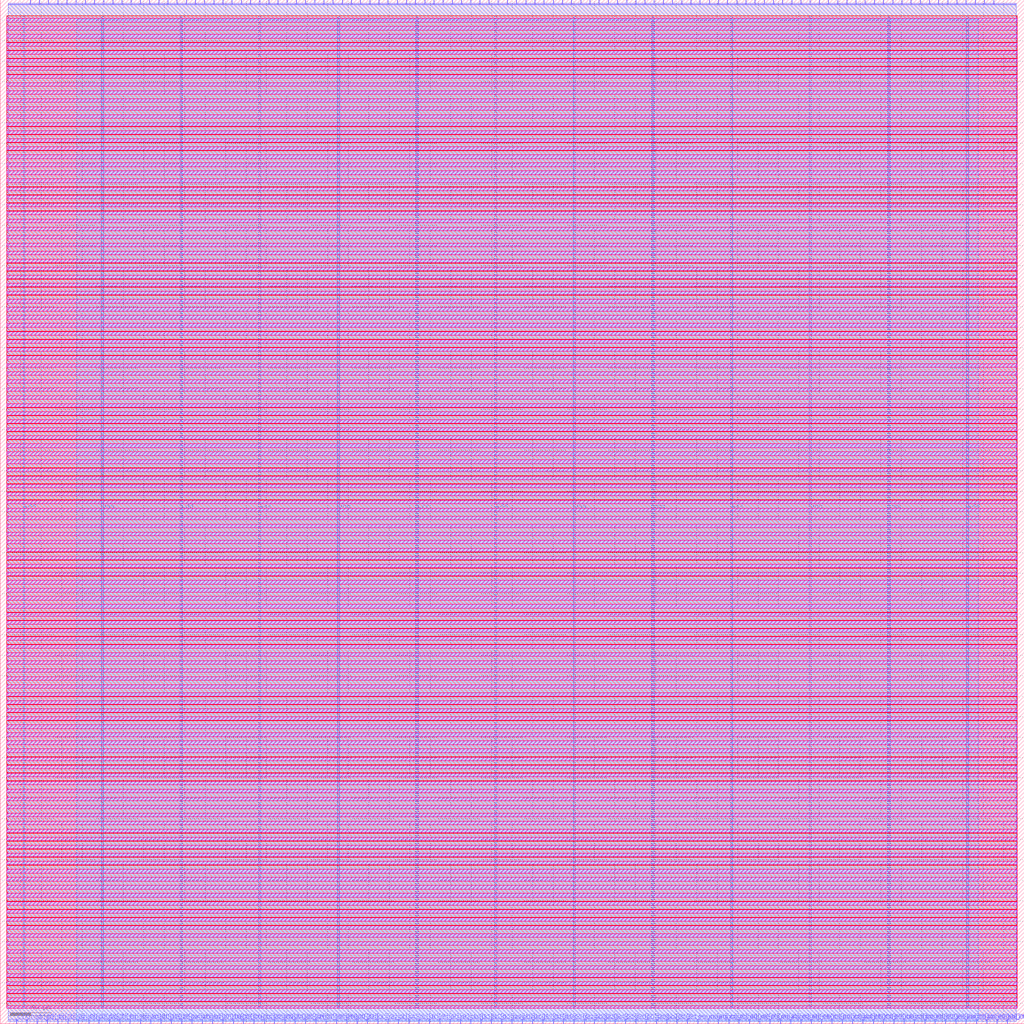
<source format=lef>
VERSION 5.7 ;
  NOWIREEXTENSIONATPIN ON ;
  DIVIDERCHAR "/" ;
  BUSBITCHARS "[]" ;
MACRO tinyrv
  CLASS BLOCK ;
  FOREIGN tinyrv ;
  ORIGIN 0.000 0.000 ;
  SIZE 1000.000 BY 1000.000 ;
  PIN clk
    DIRECTION INPUT ;
    USE SIGNAL ;
    ANTENNAGATEAREA 4.738000 ;
    ANTENNADIFFAREA 0.410400 ;
    PORT
      LAYER Metal2 ;
        RECT 15.680 0.000 16.240 4.000 ;
    END
  END clk
  PIN inst[0]
    DIRECTION INPUT ;
    USE SIGNAL ;
    ANTENNAGATEAREA 2.204000 ;
    ANTENNADIFFAREA 0.410400 ;
    PORT
      LAYER Metal2 ;
        RECT 25.760 0.000 26.320 4.000 ;
    END
  END inst[0]
  PIN inst[10]
    DIRECTION INPUT ;
    USE SIGNAL ;
    ANTENNAGATEAREA 2.369000 ;
    ANTENNADIFFAREA 0.410400 ;
    PORT
      LAYER Metal2 ;
        RECT 126.560 0.000 127.120 4.000 ;
    END
  END inst[10]
  PIN inst[11]
    DIRECTION INPUT ;
    USE SIGNAL ;
    ANTENNAGATEAREA 2.204000 ;
    ANTENNADIFFAREA 0.410400 ;
    PORT
      LAYER Metal2 ;
        RECT 136.640 0.000 137.200 4.000 ;
    END
  END inst[11]
  PIN inst[12]
    DIRECTION INPUT ;
    USE SIGNAL ;
    ANTENNAGATEAREA 1.102000 ;
    ANTENNADIFFAREA 0.410400 ;
    PORT
      LAYER Metal2 ;
        RECT 146.720 0.000 147.280 4.000 ;
    END
  END inst[12]
  PIN inst[13]
    DIRECTION INPUT ;
    USE SIGNAL ;
    ANTENNAGATEAREA 2.369000 ;
    ANTENNADIFFAREA 0.410400 ;
    PORT
      LAYER Metal2 ;
        RECT 156.800 0.000 157.360 4.000 ;
    END
  END inst[13]
  PIN inst[14]
    DIRECTION INPUT ;
    USE SIGNAL ;
    ANTENNAGATEAREA 2.204000 ;
    ANTENNADIFFAREA 0.410400 ;
    PORT
      LAYER Metal2 ;
        RECT 166.880 0.000 167.440 4.000 ;
    END
  END inst[14]
  PIN inst[15]
    DIRECTION INPUT ;
    USE SIGNAL ;
    ANTENNAGATEAREA 2.204000 ;
    ANTENNADIFFAREA 0.410400 ;
    PORT
      LAYER Metal2 ;
        RECT 176.960 0.000 177.520 4.000 ;
    END
  END inst[15]
  PIN inst[16]
    DIRECTION INPUT ;
    USE SIGNAL ;
    ANTENNAGATEAREA 2.204000 ;
    ANTENNADIFFAREA 0.410400 ;
    PORT
      LAYER Metal2 ;
        RECT 187.040 0.000 187.600 4.000 ;
    END
  END inst[16]
  PIN inst[17]
    DIRECTION INPUT ;
    USE SIGNAL ;
    ANTENNAGATEAREA 1.183000 ;
    ANTENNADIFFAREA 0.410400 ;
    PORT
      LAYER Metal2 ;
        RECT 197.120 0.000 197.680 4.000 ;
    END
  END inst[17]
  PIN inst[18]
    DIRECTION INPUT ;
    USE SIGNAL ;
    ANTENNAGATEAREA 1.183000 ;
    ANTENNADIFFAREA 0.410400 ;
    PORT
      LAYER Metal2 ;
        RECT 207.200 0.000 207.760 4.000 ;
    END
  END inst[18]
  PIN inst[19]
    DIRECTION INPUT ;
    USE SIGNAL ;
    ANTENNAGATEAREA 1.102000 ;
    ANTENNADIFFAREA 0.410400 ;
    PORT
      LAYER Metal2 ;
        RECT 217.280 0.000 217.840 4.000 ;
    END
  END inst[19]
  PIN inst[1]
    DIRECTION INPUT ;
    USE SIGNAL ;
    ANTENNAGATEAREA 2.204000 ;
    ANTENNADIFFAREA 0.410400 ;
    PORT
      LAYER Metal2 ;
        RECT 35.840 0.000 36.400 4.000 ;
    END
  END inst[1]
  PIN inst[20]
    DIRECTION INPUT ;
    USE SIGNAL ;
    ANTENNAGATEAREA 1.102000 ;
    ANTENNADIFFAREA 0.410400 ;
    PORT
      LAYER Metal2 ;
        RECT 227.360 0.000 227.920 4.000 ;
    END
  END inst[20]
  PIN inst[21]
    DIRECTION INPUT ;
    USE SIGNAL ;
    ANTENNAGATEAREA 1.183000 ;
    ANTENNADIFFAREA 0.410400 ;
    PORT
      LAYER Metal2 ;
        RECT 237.440 0.000 238.000 4.000 ;
    END
  END inst[21]
  PIN inst[22]
    DIRECTION INPUT ;
    USE SIGNAL ;
    ANTENNAGATEAREA 1.102000 ;
    ANTENNADIFFAREA 0.410400 ;
    PORT
      LAYER Metal2 ;
        RECT 247.520 0.000 248.080 4.000 ;
    END
  END inst[22]
  PIN inst[23]
    DIRECTION INPUT ;
    USE SIGNAL ;
    ANTENNAGATEAREA 1.183000 ;
    ANTENNADIFFAREA 0.410400 ;
    PORT
      LAYER Metal2 ;
        RECT 257.600 0.000 258.160 4.000 ;
    END
  END inst[23]
  PIN inst[24]
    DIRECTION INPUT ;
    USE SIGNAL ;
    ANTENNAGATEAREA 1.102000 ;
    ANTENNADIFFAREA 0.410400 ;
    PORT
      LAYER Metal2 ;
        RECT 267.680 0.000 268.240 4.000 ;
    END
  END inst[24]
  PIN inst[25]
    DIRECTION INPUT ;
    USE SIGNAL ;
    ANTENNAGATEAREA 0.741000 ;
    ANTENNADIFFAREA 0.410400 ;
    PORT
      LAYER Metal2 ;
        RECT 277.760 0.000 278.320 4.000 ;
    END
  END inst[25]
  PIN inst[26]
    DIRECTION INPUT ;
    USE SIGNAL ;
    ANTENNAGATEAREA 0.741000 ;
    ANTENNADIFFAREA 0.410400 ;
    PORT
      LAYER Metal2 ;
        RECT 287.840 0.000 288.400 4.000 ;
    END
  END inst[26]
  PIN inst[27]
    DIRECTION INPUT ;
    USE SIGNAL ;
    ANTENNAGATEAREA 1.183000 ;
    ANTENNADIFFAREA 0.410400 ;
    PORT
      LAYER Metal2 ;
        RECT 297.920 0.000 298.480 4.000 ;
    END
  END inst[27]
  PIN inst[28]
    DIRECTION INPUT ;
    USE SIGNAL ;
    ANTENNAGATEAREA 2.204000 ;
    ANTENNADIFFAREA 0.410400 ;
    PORT
      LAYER Metal2 ;
        RECT 308.000 0.000 308.560 4.000 ;
    END
  END inst[28]
  PIN inst[29]
    DIRECTION INPUT ;
    USE SIGNAL ;
    ANTENNAGATEAREA 2.204000 ;
    ANTENNADIFFAREA 0.410400 ;
    PORT
      LAYER Metal2 ;
        RECT 318.080 0.000 318.640 4.000 ;
    END
  END inst[29]
  PIN inst[2]
    DIRECTION INPUT ;
    USE SIGNAL ;
    ANTENNAGATEAREA 2.204000 ;
    ANTENNADIFFAREA 0.410400 ;
    PORT
      LAYER Metal2 ;
        RECT 45.920 0.000 46.480 4.000 ;
    END
  END inst[2]
  PIN inst[30]
    DIRECTION INPUT ;
    USE SIGNAL ;
    ANTENNAGATEAREA 2.204000 ;
    ANTENNADIFFAREA 0.410400 ;
    PORT
      LAYER Metal2 ;
        RECT 328.160 0.000 328.720 4.000 ;
    END
  END inst[30]
  PIN inst[31]
    DIRECTION INPUT ;
    USE SIGNAL ;
    ANTENNAGATEAREA 2.204000 ;
    ANTENNADIFFAREA 0.410400 ;
    PORT
      LAYER Metal2 ;
        RECT 338.240 0.000 338.800 4.000 ;
    END
  END inst[31]
  PIN inst[3]
    DIRECTION INPUT ;
    USE SIGNAL ;
    ANTENNAGATEAREA 2.204000 ;
    ANTENNADIFFAREA 0.410400 ;
    PORT
      LAYER Metal2 ;
        RECT 56.000 0.000 56.560 4.000 ;
    END
  END inst[3]
  PIN inst[4]
    DIRECTION INPUT ;
    USE SIGNAL ;
    ANTENNAGATEAREA 2.204000 ;
    ANTENNADIFFAREA 0.410400 ;
    PORT
      LAYER Metal2 ;
        RECT 66.080 0.000 66.640 4.000 ;
    END
  END inst[4]
  PIN inst[5]
    DIRECTION INPUT ;
    USE SIGNAL ;
    ANTENNAGATEAREA 2.369000 ;
    ANTENNADIFFAREA 0.410400 ;
    PORT
      LAYER Metal2 ;
        RECT 76.160 0.000 76.720 4.000 ;
    END
  END inst[5]
  PIN inst[6]
    DIRECTION INPUT ;
    USE SIGNAL ;
    ANTENNAGATEAREA 2.369000 ;
    ANTENNADIFFAREA 0.410400 ;
    PORT
      LAYER Metal2 ;
        RECT 86.240 0.000 86.800 4.000 ;
    END
  END inst[6]
  PIN inst[7]
    DIRECTION INPUT ;
    USE SIGNAL ;
    ANTENNAGATEAREA 2.369000 ;
    ANTENNADIFFAREA 0.410400 ;
    PORT
      LAYER Metal2 ;
        RECT 96.320 0.000 96.880 4.000 ;
    END
  END inst[7]
  PIN inst[8]
    DIRECTION INPUT ;
    USE SIGNAL ;
    ANTENNAGATEAREA 2.204000 ;
    ANTENNADIFFAREA 0.410400 ;
    PORT
      LAYER Metal2 ;
        RECT 106.400 0.000 106.960 4.000 ;
    END
  END inst[8]
  PIN inst[9]
    DIRECTION INPUT ;
    USE SIGNAL ;
    ANTENNAGATEAREA 2.204000 ;
    ANTENNADIFFAREA 0.410400 ;
    PORT
      LAYER Metal2 ;
        RECT 116.480 0.000 117.040 4.000 ;
    END
  END inst[9]
  PIN mem_addr[0]
    DIRECTION OUTPUT TRISTATE ;
    USE SIGNAL ;
    ANTENNADIFFAREA 2.365600 ;
    PORT
      LAYER Metal2 ;
        RECT 969.920 996.000 970.480 1000.000 ;
    END
  END mem_addr[0]
  PIN mem_addr[10]
    DIRECTION OUTPUT TRISTATE ;
    USE SIGNAL ;
    ANTENNADIFFAREA 2.365600 ;
    PORT
      LAYER Metal2 ;
        RECT 880.320 996.000 880.880 1000.000 ;
    END
  END mem_addr[10]
  PIN mem_addr[11]
    DIRECTION OUTPUT TRISTATE ;
    USE SIGNAL ;
    ANTENNADIFFAREA 2.365600 ;
    PORT
      LAYER Metal2 ;
        RECT 871.360 996.000 871.920 1000.000 ;
    END
  END mem_addr[11]
  PIN mem_addr[12]
    DIRECTION OUTPUT TRISTATE ;
    USE SIGNAL ;
    ANTENNADIFFAREA 2.365600 ;
    PORT
      LAYER Metal2 ;
        RECT 862.400 996.000 862.960 1000.000 ;
    END
  END mem_addr[12]
  PIN mem_addr[13]
    DIRECTION OUTPUT TRISTATE ;
    USE SIGNAL ;
    ANTENNADIFFAREA 2.365600 ;
    PORT
      LAYER Metal2 ;
        RECT 853.440 996.000 854.000 1000.000 ;
    END
  END mem_addr[13]
  PIN mem_addr[14]
    DIRECTION OUTPUT TRISTATE ;
    USE SIGNAL ;
    ANTENNADIFFAREA 2.365600 ;
    PORT
      LAYER Metal2 ;
        RECT 844.480 996.000 845.040 1000.000 ;
    END
  END mem_addr[14]
  PIN mem_addr[15]
    DIRECTION OUTPUT TRISTATE ;
    USE SIGNAL ;
    ANTENNADIFFAREA 2.365600 ;
    PORT
      LAYER Metal2 ;
        RECT 835.520 996.000 836.080 1000.000 ;
    END
  END mem_addr[15]
  PIN mem_addr[16]
    DIRECTION OUTPUT TRISTATE ;
    USE SIGNAL ;
    ANTENNADIFFAREA 2.365600 ;
    PORT
      LAYER Metal2 ;
        RECT 826.560 996.000 827.120 1000.000 ;
    END
  END mem_addr[16]
  PIN mem_addr[17]
    DIRECTION OUTPUT TRISTATE ;
    USE SIGNAL ;
    ANTENNADIFFAREA 2.080400 ;
    PORT
      LAYER Metal2 ;
        RECT 817.600 996.000 818.160 1000.000 ;
    END
  END mem_addr[17]
  PIN mem_addr[18]
    DIRECTION OUTPUT TRISTATE ;
    USE SIGNAL ;
    ANTENNADIFFAREA 2.080400 ;
    PORT
      LAYER Metal2 ;
        RECT 808.640 996.000 809.200 1000.000 ;
    END
  END mem_addr[18]
  PIN mem_addr[19]
    DIRECTION OUTPUT TRISTATE ;
    USE SIGNAL ;
    ANTENNADIFFAREA 2.080400 ;
    PORT
      LAYER Metal2 ;
        RECT 799.680 996.000 800.240 1000.000 ;
    END
  END mem_addr[19]
  PIN mem_addr[1]
    DIRECTION OUTPUT TRISTATE ;
    USE SIGNAL ;
    ANTENNADIFFAREA 2.365600 ;
    PORT
      LAYER Metal2 ;
        RECT 960.960 996.000 961.520 1000.000 ;
    END
  END mem_addr[1]
  PIN mem_addr[20]
    DIRECTION OUTPUT TRISTATE ;
    USE SIGNAL ;
    ANTENNADIFFAREA 2.080400 ;
    PORT
      LAYER Metal2 ;
        RECT 790.720 996.000 791.280 1000.000 ;
    END
  END mem_addr[20]
  PIN mem_addr[21]
    DIRECTION OUTPUT TRISTATE ;
    USE SIGNAL ;
    ANTENNADIFFAREA 2.080400 ;
    PORT
      LAYER Metal2 ;
        RECT 781.760 996.000 782.320 1000.000 ;
    END
  END mem_addr[21]
  PIN mem_addr[22]
    DIRECTION OUTPUT TRISTATE ;
    USE SIGNAL ;
    ANTENNADIFFAREA 2.365600 ;
    PORT
      LAYER Metal2 ;
        RECT 772.800 996.000 773.360 1000.000 ;
    END
  END mem_addr[22]
  PIN mem_addr[23]
    DIRECTION OUTPUT TRISTATE ;
    USE SIGNAL ;
    ANTENNADIFFAREA 2.365600 ;
    PORT
      LAYER Metal2 ;
        RECT 763.840 996.000 764.400 1000.000 ;
    END
  END mem_addr[23]
  PIN mem_addr[24]
    DIRECTION OUTPUT TRISTATE ;
    USE SIGNAL ;
    ANTENNADIFFAREA 2.365600 ;
    PORT
      LAYER Metal2 ;
        RECT 754.880 996.000 755.440 1000.000 ;
    END
  END mem_addr[24]
  PIN mem_addr[25]
    DIRECTION OUTPUT TRISTATE ;
    USE SIGNAL ;
    ANTENNADIFFAREA 2.365600 ;
    PORT
      LAYER Metal2 ;
        RECT 745.920 996.000 746.480 1000.000 ;
    END
  END mem_addr[25]
  PIN mem_addr[26]
    DIRECTION OUTPUT TRISTATE ;
    USE SIGNAL ;
    ANTENNADIFFAREA 2.365600 ;
    PORT
      LAYER Metal2 ;
        RECT 736.960 996.000 737.520 1000.000 ;
    END
  END mem_addr[26]
  PIN mem_addr[27]
    DIRECTION OUTPUT TRISTATE ;
    USE SIGNAL ;
    ANTENNADIFFAREA 2.365600 ;
    PORT
      LAYER Metal2 ;
        RECT 728.000 996.000 728.560 1000.000 ;
    END
  END mem_addr[27]
  PIN mem_addr[28]
    DIRECTION OUTPUT TRISTATE ;
    USE SIGNAL ;
    ANTENNADIFFAREA 2.365600 ;
    PORT
      LAYER Metal2 ;
        RECT 719.040 996.000 719.600 1000.000 ;
    END
  END mem_addr[28]
  PIN mem_addr[29]
    DIRECTION OUTPUT TRISTATE ;
    USE SIGNAL ;
    ANTENNADIFFAREA 2.365600 ;
    PORT
      LAYER Metal2 ;
        RECT 710.080 996.000 710.640 1000.000 ;
    END
  END mem_addr[29]
  PIN mem_addr[2]
    DIRECTION OUTPUT TRISTATE ;
    USE SIGNAL ;
    ANTENNADIFFAREA 2.080400 ;
    PORT
      LAYER Metal2 ;
        RECT 952.000 996.000 952.560 1000.000 ;
    END
  END mem_addr[2]
  PIN mem_addr[30]
    DIRECTION OUTPUT TRISTATE ;
    USE SIGNAL ;
    ANTENNADIFFAREA 2.080400 ;
    PORT
      LAYER Metal2 ;
        RECT 701.120 996.000 701.680 1000.000 ;
    END
  END mem_addr[30]
  PIN mem_addr[31]
    DIRECTION OUTPUT TRISTATE ;
    USE SIGNAL ;
    ANTENNADIFFAREA 2.080400 ;
    PORT
      LAYER Metal2 ;
        RECT 692.160 996.000 692.720 1000.000 ;
    END
  END mem_addr[31]
  PIN mem_addr[3]
    DIRECTION OUTPUT TRISTATE ;
    USE SIGNAL ;
    ANTENNADIFFAREA 2.080400 ;
    PORT
      LAYER Metal2 ;
        RECT 943.040 996.000 943.600 1000.000 ;
    END
  END mem_addr[3]
  PIN mem_addr[4]
    DIRECTION OUTPUT TRISTATE ;
    USE SIGNAL ;
    ANTENNADIFFAREA 2.080400 ;
    PORT
      LAYER Metal2 ;
        RECT 934.080 996.000 934.640 1000.000 ;
    END
  END mem_addr[4]
  PIN mem_addr[5]
    DIRECTION OUTPUT TRISTATE ;
    USE SIGNAL ;
    ANTENNADIFFAREA 2.365600 ;
    PORT
      LAYER Metal2 ;
        RECT 925.120 996.000 925.680 1000.000 ;
    END
  END mem_addr[5]
  PIN mem_addr[6]
    DIRECTION OUTPUT TRISTATE ;
    USE SIGNAL ;
    ANTENNADIFFAREA 2.365600 ;
    PORT
      LAYER Metal2 ;
        RECT 916.160 996.000 916.720 1000.000 ;
    END
  END mem_addr[6]
  PIN mem_addr[7]
    DIRECTION OUTPUT TRISTATE ;
    USE SIGNAL ;
    ANTENNADIFFAREA 2.080400 ;
    PORT
      LAYER Metal2 ;
        RECT 907.200 996.000 907.760 1000.000 ;
    END
  END mem_addr[7]
  PIN mem_addr[8]
    DIRECTION OUTPUT TRISTATE ;
    USE SIGNAL ;
    ANTENNADIFFAREA 2.365600 ;
    PORT
      LAYER Metal2 ;
        RECT 898.240 996.000 898.800 1000.000 ;
    END
  END mem_addr[8]
  PIN mem_addr[9]
    DIRECTION OUTPUT TRISTATE ;
    USE SIGNAL ;
    ANTENNADIFFAREA 2.365600 ;
    PORT
      LAYER Metal2 ;
        RECT 889.280 996.000 889.840 1000.000 ;
    END
  END mem_addr[9]
  PIN mem_ld_dat[0]
    DIRECTION INPUT ;
    USE SIGNAL ;
    ANTENNAGATEAREA 0.741000 ;
    ANTENNADIFFAREA 0.410400 ;
    PORT
      LAYER Metal2 ;
        RECT 638.400 996.000 638.960 1000.000 ;
    END
  END mem_ld_dat[0]
  PIN mem_ld_dat[10]
    DIRECTION INPUT ;
    USE SIGNAL ;
    ANTENNAGATEAREA 0.726000 ;
    ANTENNADIFFAREA 0.410400 ;
    PORT
      LAYER Metal2 ;
        RECT 548.800 996.000 549.360 1000.000 ;
    END
  END mem_ld_dat[10]
  PIN mem_ld_dat[11]
    DIRECTION INPUT ;
    USE SIGNAL ;
    ANTENNAGATEAREA 0.726000 ;
    ANTENNADIFFAREA 0.410400 ;
    PORT
      LAYER Metal2 ;
        RECT 539.840 996.000 540.400 1000.000 ;
    END
  END mem_ld_dat[11]
  PIN mem_ld_dat[12]
    DIRECTION INPUT ;
    USE SIGNAL ;
    ANTENNAGATEAREA 0.498500 ;
    ANTENNADIFFAREA 0.410400 ;
    PORT
      LAYER Metal2 ;
        RECT 530.880 996.000 531.440 1000.000 ;
    END
  END mem_ld_dat[12]
  PIN mem_ld_dat[13]
    DIRECTION INPUT ;
    USE SIGNAL ;
    ANTENNAGATEAREA 0.498500 ;
    ANTENNADIFFAREA 0.410400 ;
    PORT
      LAYER Metal2 ;
        RECT 521.920 996.000 522.480 1000.000 ;
    END
  END mem_ld_dat[13]
  PIN mem_ld_dat[14]
    DIRECTION INPUT ;
    USE SIGNAL ;
    ANTENNAGATEAREA 0.498500 ;
    ANTENNADIFFAREA 0.410400 ;
    PORT
      LAYER Metal2 ;
        RECT 512.960 996.000 513.520 1000.000 ;
    END
  END mem_ld_dat[14]
  PIN mem_ld_dat[15]
    DIRECTION INPUT ;
    USE SIGNAL ;
    ANTENNAGATEAREA 0.498500 ;
    ANTENNADIFFAREA 0.410400 ;
    PORT
      LAYER Metal2 ;
        RECT 504.000 996.000 504.560 1000.000 ;
    END
  END mem_ld_dat[15]
  PIN mem_ld_dat[16]
    DIRECTION INPUT ;
    USE SIGNAL ;
    ANTENNAGATEAREA 0.741000 ;
    ANTENNADIFFAREA 0.410400 ;
    PORT
      LAYER Metal2 ;
        RECT 495.040 996.000 495.600 1000.000 ;
    END
  END mem_ld_dat[16]
  PIN mem_ld_dat[17]
    DIRECTION INPUT ;
    USE SIGNAL ;
    ANTENNAGATEAREA 0.741000 ;
    ANTENNADIFFAREA 0.410400 ;
    PORT
      LAYER Metal2 ;
        RECT 486.080 996.000 486.640 1000.000 ;
    END
  END mem_ld_dat[17]
  PIN mem_ld_dat[18]
    DIRECTION INPUT ;
    USE SIGNAL ;
    ANTENNAGATEAREA 0.726000 ;
    ANTENNADIFFAREA 0.410400 ;
    PORT
      LAYER Metal2 ;
        RECT 477.120 996.000 477.680 1000.000 ;
    END
  END mem_ld_dat[18]
  PIN mem_ld_dat[19]
    DIRECTION INPUT ;
    USE SIGNAL ;
    ANTENNAGATEAREA 0.726000 ;
    ANTENNADIFFAREA 0.410400 ;
    PORT
      LAYER Metal2 ;
        RECT 468.160 996.000 468.720 1000.000 ;
    END
  END mem_ld_dat[19]
  PIN mem_ld_dat[1]
    DIRECTION INPUT ;
    USE SIGNAL ;
    ANTENNAGATEAREA 0.741000 ;
    ANTENNADIFFAREA 0.410400 ;
    PORT
      LAYER Metal2 ;
        RECT 629.440 996.000 630.000 1000.000 ;
    END
  END mem_ld_dat[1]
  PIN mem_ld_dat[20]
    DIRECTION INPUT ;
    USE SIGNAL ;
    ANTENNAGATEAREA 0.726000 ;
    ANTENNADIFFAREA 0.410400 ;
    PORT
      LAYER Metal2 ;
        RECT 459.200 996.000 459.760 1000.000 ;
    END
  END mem_ld_dat[20]
  PIN mem_ld_dat[21]
    DIRECTION INPUT ;
    USE SIGNAL ;
    ANTENNAGATEAREA 0.726000 ;
    ANTENNADIFFAREA 0.410400 ;
    PORT
      LAYER Metal2 ;
        RECT 450.240 996.000 450.800 1000.000 ;
    END
  END mem_ld_dat[21]
  PIN mem_ld_dat[22]
    DIRECTION INPUT ;
    USE SIGNAL ;
    ANTENNAGATEAREA 0.726000 ;
    ANTENNADIFFAREA 0.410400 ;
    PORT
      LAYER Metal2 ;
        RECT 441.280 996.000 441.840 1000.000 ;
    END
  END mem_ld_dat[22]
  PIN mem_ld_dat[23]
    DIRECTION INPUT ;
    USE SIGNAL ;
    ANTENNAGATEAREA 0.726000 ;
    ANTENNADIFFAREA 0.410400 ;
    PORT
      LAYER Metal2 ;
        RECT 432.320 996.000 432.880 1000.000 ;
    END
  END mem_ld_dat[23]
  PIN mem_ld_dat[24]
    DIRECTION INPUT ;
    USE SIGNAL ;
    ANTENNAGATEAREA 0.498500 ;
    ANTENNADIFFAREA 0.410400 ;
    PORT
      LAYER Metal2 ;
        RECT 423.360 996.000 423.920 1000.000 ;
    END
  END mem_ld_dat[24]
  PIN mem_ld_dat[25]
    DIRECTION INPUT ;
    USE SIGNAL ;
    ANTENNAGATEAREA 0.498500 ;
    ANTENNADIFFAREA 0.410400 ;
    PORT
      LAYER Metal2 ;
        RECT 414.400 996.000 414.960 1000.000 ;
    END
  END mem_ld_dat[25]
  PIN mem_ld_dat[26]
    DIRECTION INPUT ;
    USE SIGNAL ;
    ANTENNAGATEAREA 0.498500 ;
    ANTENNADIFFAREA 0.410400 ;
    PORT
      LAYER Metal2 ;
        RECT 405.440 996.000 406.000 1000.000 ;
    END
  END mem_ld_dat[26]
  PIN mem_ld_dat[27]
    DIRECTION INPUT ;
    USE SIGNAL ;
    ANTENNAGATEAREA 0.726000 ;
    ANTENNADIFFAREA 0.410400 ;
    PORT
      LAYER Metal2 ;
        RECT 396.480 996.000 397.040 1000.000 ;
    END
  END mem_ld_dat[27]
  PIN mem_ld_dat[28]
    DIRECTION INPUT ;
    USE SIGNAL ;
    ANTENNAGATEAREA 1.102000 ;
    ANTENNADIFFAREA 0.410400 ;
    PORT
      LAYER Metal2 ;
        RECT 387.520 996.000 388.080 1000.000 ;
    END
  END mem_ld_dat[28]
  PIN mem_ld_dat[29]
    DIRECTION INPUT ;
    USE SIGNAL ;
    ANTENNAGATEAREA 0.726000 ;
    ANTENNADIFFAREA 0.410400 ;
    PORT
      LAYER Metal2 ;
        RECT 378.560 996.000 379.120 1000.000 ;
    END
  END mem_ld_dat[29]
  PIN mem_ld_dat[2]
    DIRECTION INPUT ;
    USE SIGNAL ;
    ANTENNAGATEAREA 0.741000 ;
    ANTENNADIFFAREA 0.410400 ;
    PORT
      LAYER Metal2 ;
        RECT 620.480 996.000 621.040 1000.000 ;
    END
  END mem_ld_dat[2]
  PIN mem_ld_dat[30]
    DIRECTION INPUT ;
    USE SIGNAL ;
    ANTENNAGATEAREA 0.726000 ;
    ANTENNADIFFAREA 0.410400 ;
    PORT
      LAYER Metal2 ;
        RECT 369.600 996.000 370.160 1000.000 ;
    END
  END mem_ld_dat[30]
  PIN mem_ld_dat[31]
    DIRECTION INPUT ;
    USE SIGNAL ;
    ANTENNAGATEAREA 1.102000 ;
    ANTENNADIFFAREA 0.410400 ;
    PORT
      LAYER Metal2 ;
        RECT 360.640 996.000 361.200 1000.000 ;
    END
  END mem_ld_dat[31]
  PIN mem_ld_dat[3]
    DIRECTION INPUT ;
    USE SIGNAL ;
    ANTENNAGATEAREA 0.741000 ;
    ANTENNADIFFAREA 0.410400 ;
    PORT
      LAYER Metal2 ;
        RECT 611.520 996.000 612.080 1000.000 ;
    END
  END mem_ld_dat[3]
  PIN mem_ld_dat[4]
    DIRECTION INPUT ;
    USE SIGNAL ;
    ANTENNAGATEAREA 0.741000 ;
    ANTENNADIFFAREA 0.410400 ;
    PORT
      LAYER Metal2 ;
        RECT 602.560 996.000 603.120 1000.000 ;
    END
  END mem_ld_dat[4]
  PIN mem_ld_dat[5]
    DIRECTION INPUT ;
    USE SIGNAL ;
    ANTENNAGATEAREA 0.741000 ;
    ANTENNADIFFAREA 0.410400 ;
    PORT
      LAYER Metal2 ;
        RECT 593.600 996.000 594.160 1000.000 ;
    END
  END mem_ld_dat[5]
  PIN mem_ld_dat[6]
    DIRECTION INPUT ;
    USE SIGNAL ;
    ANTENNAGATEAREA 0.741000 ;
    ANTENNADIFFAREA 0.410400 ;
    PORT
      LAYER Metal2 ;
        RECT 584.640 996.000 585.200 1000.000 ;
    END
  END mem_ld_dat[6]
  PIN mem_ld_dat[7]
    DIRECTION INPUT ;
    USE SIGNAL ;
    ANTENNAGATEAREA 0.741000 ;
    ANTENNADIFFAREA 0.410400 ;
    PORT
      LAYER Metal2 ;
        RECT 575.680 996.000 576.240 1000.000 ;
    END
  END mem_ld_dat[7]
  PIN mem_ld_dat[8]
    DIRECTION INPUT ;
    USE SIGNAL ;
    ANTENNAGATEAREA 0.498500 ;
    ANTENNADIFFAREA 0.410400 ;
    PORT
      LAYER Metal2 ;
        RECT 566.720 996.000 567.280 1000.000 ;
    END
  END mem_ld_dat[8]
  PIN mem_ld_dat[9]
    DIRECTION INPUT ;
    USE SIGNAL ;
    ANTENNAGATEAREA 0.498500 ;
    ANTENNADIFFAREA 0.410400 ;
    PORT
      LAYER Metal2 ;
        RECT 557.760 996.000 558.320 1000.000 ;
    END
  END mem_ld_dat[9]
  PIN mem_ld_en
    DIRECTION OUTPUT TRISTATE ;
    USE SIGNAL ;
    ANTENNADIFFAREA 2.080400 ;
    PORT
      LAYER Metal2 ;
        RECT 683.200 996.000 683.760 1000.000 ;
    END
  END mem_ld_en
  PIN mem_ld_mask[0]
    DIRECTION OUTPUT TRISTATE ;
    USE SIGNAL ;
    ANTENNADIFFAREA 2.080400 ;
    PORT
      LAYER Metal2 ;
        RECT 674.240 996.000 674.800 1000.000 ;
    END
  END mem_ld_mask[0]
  PIN mem_ld_mask[1]
    DIRECTION OUTPUT TRISTATE ;
    USE SIGNAL ;
    ANTENNADIFFAREA 2.080400 ;
    PORT
      LAYER Metal2 ;
        RECT 665.280 996.000 665.840 1000.000 ;
    END
  END mem_ld_mask[1]
  PIN mem_ld_mask[2]
    DIRECTION OUTPUT TRISTATE ;
    USE SIGNAL ;
    ANTENNADIFFAREA 2.080400 ;
    PORT
      LAYER Metal2 ;
        RECT 656.320 996.000 656.880 1000.000 ;
    END
  END mem_ld_mask[2]
  PIN mem_ld_mask[3]
    DIRECTION OUTPUT TRISTATE ;
    USE SIGNAL ;
    ANTENNADIFFAREA 2.080400 ;
    PORT
      LAYER Metal2 ;
        RECT 647.360 996.000 647.920 1000.000 ;
    END
  END mem_ld_mask[3]
  PIN mem_st_dat[0]
    DIRECTION OUTPUT TRISTATE ;
    USE SIGNAL ;
    ANTENNADIFFAREA 1.986000 ;
    PORT
      LAYER Metal2 ;
        RECT 306.880 996.000 307.440 1000.000 ;
    END
  END mem_st_dat[0]
  PIN mem_st_dat[10]
    DIRECTION OUTPUT TRISTATE ;
    USE SIGNAL ;
    ANTENNADIFFAREA 2.080400 ;
    PORT
      LAYER Metal2 ;
        RECT 217.280 996.000 217.840 1000.000 ;
    END
  END mem_st_dat[10]
  PIN mem_st_dat[11]
    DIRECTION OUTPUT TRISTATE ;
    USE SIGNAL ;
    ANTENNADIFFAREA 2.080400 ;
    PORT
      LAYER Metal2 ;
        RECT 208.320 996.000 208.880 1000.000 ;
    END
  END mem_st_dat[11]
  PIN mem_st_dat[12]
    DIRECTION OUTPUT TRISTATE ;
    USE SIGNAL ;
    ANTENNADIFFAREA 2.080400 ;
    PORT
      LAYER Metal2 ;
        RECT 199.360 996.000 199.920 1000.000 ;
    END
  END mem_st_dat[12]
  PIN mem_st_dat[13]
    DIRECTION OUTPUT TRISTATE ;
    USE SIGNAL ;
    ANTENNADIFFAREA 2.080400 ;
    PORT
      LAYER Metal2 ;
        RECT 190.400 996.000 190.960 1000.000 ;
    END
  END mem_st_dat[13]
  PIN mem_st_dat[14]
    DIRECTION OUTPUT TRISTATE ;
    USE SIGNAL ;
    ANTENNADIFFAREA 2.080400 ;
    PORT
      LAYER Metal2 ;
        RECT 181.440 996.000 182.000 1000.000 ;
    END
  END mem_st_dat[14]
  PIN mem_st_dat[15]
    DIRECTION OUTPUT TRISTATE ;
    USE SIGNAL ;
    ANTENNADIFFAREA 1.986000 ;
    PORT
      LAYER Metal2 ;
        RECT 172.480 996.000 173.040 1000.000 ;
    END
  END mem_st_dat[15]
  PIN mem_st_dat[16]
    DIRECTION OUTPUT TRISTATE ;
    USE SIGNAL ;
    ANTENNADIFFAREA 1.986000 ;
    PORT
      LAYER Metal2 ;
        RECT 163.520 996.000 164.080 1000.000 ;
    END
  END mem_st_dat[16]
  PIN mem_st_dat[17]
    DIRECTION OUTPUT TRISTATE ;
    USE SIGNAL ;
    ANTENNADIFFAREA 2.080400 ;
    PORT
      LAYER Metal2 ;
        RECT 154.560 996.000 155.120 1000.000 ;
    END
  END mem_st_dat[17]
  PIN mem_st_dat[18]
    DIRECTION OUTPUT TRISTATE ;
    USE SIGNAL ;
    ANTENNADIFFAREA 2.080400 ;
    PORT
      LAYER Metal2 ;
        RECT 145.600 996.000 146.160 1000.000 ;
    END
  END mem_st_dat[18]
  PIN mem_st_dat[19]
    DIRECTION OUTPUT TRISTATE ;
    USE SIGNAL ;
    ANTENNADIFFAREA 1.986000 ;
    PORT
      LAYER Metal2 ;
        RECT 136.640 996.000 137.200 1000.000 ;
    END
  END mem_st_dat[19]
  PIN mem_st_dat[1]
    DIRECTION OUTPUT TRISTATE ;
    USE SIGNAL ;
    ANTENNADIFFAREA 1.986000 ;
    PORT
      LAYER Metal2 ;
        RECT 297.920 996.000 298.480 1000.000 ;
    END
  END mem_st_dat[1]
  PIN mem_st_dat[20]
    DIRECTION OUTPUT TRISTATE ;
    USE SIGNAL ;
    ANTENNADIFFAREA 2.080400 ;
    PORT
      LAYER Metal2 ;
        RECT 127.680 996.000 128.240 1000.000 ;
    END
  END mem_st_dat[20]
  PIN mem_st_dat[21]
    DIRECTION OUTPUT TRISTATE ;
    USE SIGNAL ;
    ANTENNADIFFAREA 2.080400 ;
    PORT
      LAYER Metal2 ;
        RECT 118.720 996.000 119.280 1000.000 ;
    END
  END mem_st_dat[21]
  PIN mem_st_dat[22]
    DIRECTION OUTPUT TRISTATE ;
    USE SIGNAL ;
    ANTENNADIFFAREA 2.080400 ;
    PORT
      LAYER Metal2 ;
        RECT 109.760 996.000 110.320 1000.000 ;
    END
  END mem_st_dat[22]
  PIN mem_st_dat[23]
    DIRECTION OUTPUT TRISTATE ;
    USE SIGNAL ;
    ANTENNADIFFAREA 2.080400 ;
    PORT
      LAYER Metal2 ;
        RECT 100.800 996.000 101.360 1000.000 ;
    END
  END mem_st_dat[23]
  PIN mem_st_dat[24]
    DIRECTION OUTPUT TRISTATE ;
    USE SIGNAL ;
    ANTENNADIFFAREA 2.080400 ;
    PORT
      LAYER Metal2 ;
        RECT 91.840 996.000 92.400 1000.000 ;
    END
  END mem_st_dat[24]
  PIN mem_st_dat[25]
    DIRECTION OUTPUT TRISTATE ;
    USE SIGNAL ;
    ANTENNADIFFAREA 2.080400 ;
    PORT
      LAYER Metal2 ;
        RECT 82.880 996.000 83.440 1000.000 ;
    END
  END mem_st_dat[25]
  PIN mem_st_dat[26]
    DIRECTION OUTPUT TRISTATE ;
    USE SIGNAL ;
    ANTENNADIFFAREA 2.080400 ;
    PORT
      LAYER Metal2 ;
        RECT 73.920 996.000 74.480 1000.000 ;
    END
  END mem_st_dat[26]
  PIN mem_st_dat[27]
    DIRECTION OUTPUT TRISTATE ;
    USE SIGNAL ;
    ANTENNADIFFAREA 2.080400 ;
    PORT
      LAYER Metal2 ;
        RECT 64.960 996.000 65.520 1000.000 ;
    END
  END mem_st_dat[27]
  PIN mem_st_dat[28]
    DIRECTION OUTPUT TRISTATE ;
    USE SIGNAL ;
    ANTENNADIFFAREA 2.080400 ;
    PORT
      LAYER Metal2 ;
        RECT 56.000 996.000 56.560 1000.000 ;
    END
  END mem_st_dat[28]
  PIN mem_st_dat[29]
    DIRECTION OUTPUT TRISTATE ;
    USE SIGNAL ;
    ANTENNADIFFAREA 2.080400 ;
    PORT
      LAYER Metal2 ;
        RECT 47.040 996.000 47.600 1000.000 ;
    END
  END mem_st_dat[29]
  PIN mem_st_dat[2]
    DIRECTION OUTPUT TRISTATE ;
    USE SIGNAL ;
    ANTENNADIFFAREA 2.080400 ;
    PORT
      LAYER Metal2 ;
        RECT 288.960 996.000 289.520 1000.000 ;
    END
  END mem_st_dat[2]
  PIN mem_st_dat[30]
    DIRECTION OUTPUT TRISTATE ;
    USE SIGNAL ;
    ANTENNADIFFAREA 1.986000 ;
    PORT
      LAYER Metal2 ;
        RECT 38.080 996.000 38.640 1000.000 ;
    END
  END mem_st_dat[30]
  PIN mem_st_dat[31]
    DIRECTION OUTPUT TRISTATE ;
    USE SIGNAL ;
    ANTENNADIFFAREA 1.986000 ;
    PORT
      LAYER Metal2 ;
        RECT 29.120 996.000 29.680 1000.000 ;
    END
  END mem_st_dat[31]
  PIN mem_st_dat[3]
    DIRECTION OUTPUT TRISTATE ;
    USE SIGNAL ;
    ANTENNADIFFAREA 2.080400 ;
    PORT
      LAYER Metal2 ;
        RECT 280.000 996.000 280.560 1000.000 ;
    END
  END mem_st_dat[3]
  PIN mem_st_dat[4]
    DIRECTION OUTPUT TRISTATE ;
    USE SIGNAL ;
    ANTENNADIFFAREA 1.986000 ;
    PORT
      LAYER Metal2 ;
        RECT 271.040 996.000 271.600 1000.000 ;
    END
  END mem_st_dat[4]
  PIN mem_st_dat[5]
    DIRECTION OUTPUT TRISTATE ;
    USE SIGNAL ;
    ANTENNADIFFAREA 2.080400 ;
    PORT
      LAYER Metal2 ;
        RECT 262.080 996.000 262.640 1000.000 ;
    END
  END mem_st_dat[5]
  PIN mem_st_dat[6]
    DIRECTION OUTPUT TRISTATE ;
    USE SIGNAL ;
    ANTENNADIFFAREA 2.080400 ;
    PORT
      LAYER Metal2 ;
        RECT 253.120 996.000 253.680 1000.000 ;
    END
  END mem_st_dat[6]
  PIN mem_st_dat[7]
    DIRECTION OUTPUT TRISTATE ;
    USE SIGNAL ;
    ANTENNADIFFAREA 2.080400 ;
    PORT
      LAYER Metal2 ;
        RECT 244.160 996.000 244.720 1000.000 ;
    END
  END mem_st_dat[7]
  PIN mem_st_dat[8]
    DIRECTION OUTPUT TRISTATE ;
    USE SIGNAL ;
    ANTENNADIFFAREA 2.080400 ;
    PORT
      LAYER Metal2 ;
        RECT 235.200 996.000 235.760 1000.000 ;
    END
  END mem_st_dat[8]
  PIN mem_st_dat[9]
    DIRECTION OUTPUT TRISTATE ;
    USE SIGNAL ;
    ANTENNADIFFAREA 2.080400 ;
    PORT
      LAYER Metal2 ;
        RECT 226.240 996.000 226.800 1000.000 ;
    END
  END mem_st_dat[9]
  PIN mem_st_en
    DIRECTION OUTPUT TRISTATE ;
    USE SIGNAL ;
    ANTENNADIFFAREA 2.080400 ;
    PORT
      LAYER Metal2 ;
        RECT 351.680 996.000 352.240 1000.000 ;
    END
  END mem_st_en
  PIN mem_st_mask[0]
    DIRECTION OUTPUT TRISTATE ;
    USE SIGNAL ;
    ANTENNADIFFAREA 2.365600 ;
    PORT
      LAYER Metal2 ;
        RECT 342.720 996.000 343.280 1000.000 ;
    END
  END mem_st_mask[0]
  PIN mem_st_mask[1]
    DIRECTION OUTPUT TRISTATE ;
    USE SIGNAL ;
    ANTENNADIFFAREA 2.365600 ;
    PORT
      LAYER Metal2 ;
        RECT 333.760 996.000 334.320 1000.000 ;
    END
  END mem_st_mask[1]
  PIN mem_st_mask[2]
    DIRECTION OUTPUT TRISTATE ;
    USE SIGNAL ;
    ANTENNADIFFAREA 2.080400 ;
    PORT
      LAYER Metal2 ;
        RECT 324.800 996.000 325.360 1000.000 ;
    END
  END mem_st_mask[2]
  PIN mem_st_mask[3]
    DIRECTION OUTPUT TRISTATE ;
    USE SIGNAL ;
    ANTENNADIFFAREA 2.080400 ;
    PORT
      LAYER Metal2 ;
        RECT 315.840 996.000 316.400 1000.000 ;
    END
  END mem_st_mask[3]
  PIN pc[0]
    DIRECTION INPUT ;
    USE SIGNAL ;
    ANTENNAGATEAREA 2.204000 ;
    ANTENNADIFFAREA 0.410400 ;
    PORT
      LAYER Metal2 ;
        RECT 348.320 0.000 348.880 4.000 ;
    END
  END pc[0]
  PIN pc[10]
    DIRECTION INPUT ;
    USE SIGNAL ;
    ANTENNAGATEAREA 2.369000 ;
    ANTENNADIFFAREA 0.410400 ;
    PORT
      LAYER Metal2 ;
        RECT 449.120 0.000 449.680 4.000 ;
    END
  END pc[10]
  PIN pc[11]
    DIRECTION INPUT ;
    USE SIGNAL ;
    ANTENNAGATEAREA 2.204000 ;
    ANTENNADIFFAREA 0.410400 ;
    PORT
      LAYER Metal2 ;
        RECT 459.200 0.000 459.760 4.000 ;
    END
  END pc[11]
  PIN pc[12]
    DIRECTION INPUT ;
    USE SIGNAL ;
    ANTENNAGATEAREA 2.369000 ;
    ANTENNADIFFAREA 0.410400 ;
    PORT
      LAYER Metal2 ;
        RECT 469.280 0.000 469.840 4.000 ;
    END
  END pc[12]
  PIN pc[13]
    DIRECTION INPUT ;
    USE SIGNAL ;
    ANTENNAGATEAREA 1.102000 ;
    ANTENNADIFFAREA 0.410400 ;
    PORT
      LAYER Metal2 ;
        RECT 479.360 0.000 479.920 4.000 ;
    END
  END pc[13]
  PIN pc[14]
    DIRECTION INPUT ;
    USE SIGNAL ;
    ANTENNAGATEAREA 2.369000 ;
    ANTENNADIFFAREA 0.410400 ;
    PORT
      LAYER Metal2 ;
        RECT 489.440 0.000 490.000 4.000 ;
    END
  END pc[14]
  PIN pc[15]
    DIRECTION INPUT ;
    USE SIGNAL ;
    ANTENNAGATEAREA 1.102000 ;
    ANTENNADIFFAREA 0.410400 ;
    PORT
      LAYER Metal2 ;
        RECT 499.520 0.000 500.080 4.000 ;
    END
  END pc[15]
  PIN pc[16]
    DIRECTION INPUT ;
    USE SIGNAL ;
    ANTENNAGATEAREA 1.102000 ;
    ANTENNADIFFAREA 0.410400 ;
    PORT
      LAYER Metal2 ;
        RECT 509.600 0.000 510.160 4.000 ;
    END
  END pc[16]
  PIN pc[17]
    DIRECTION INPUT ;
    USE SIGNAL ;
    ANTENNAGATEAREA 2.204000 ;
    ANTENNADIFFAREA 0.410400 ;
    PORT
      LAYER Metal2 ;
        RECT 519.680 0.000 520.240 4.000 ;
    END
  END pc[17]
  PIN pc[18]
    DIRECTION INPUT ;
    USE SIGNAL ;
    ANTENNAGATEAREA 2.204000 ;
    ANTENNADIFFAREA 0.410400 ;
    PORT
      LAYER Metal2 ;
        RECT 529.760 0.000 530.320 4.000 ;
    END
  END pc[18]
  PIN pc[19]
    DIRECTION INPUT ;
    USE SIGNAL ;
    ANTENNAGATEAREA 2.204000 ;
    ANTENNADIFFAREA 0.410400 ;
    PORT
      LAYER Metal2 ;
        RECT 539.840 0.000 540.400 4.000 ;
    END
  END pc[19]
  PIN pc[1]
    DIRECTION INPUT ;
    USE SIGNAL ;
    ANTENNAGATEAREA 2.369000 ;
    ANTENNADIFFAREA 0.410400 ;
    PORT
      LAYER Metal2 ;
        RECT 358.400 0.000 358.960 4.000 ;
    END
  END pc[1]
  PIN pc[20]
    DIRECTION INPUT ;
    USE SIGNAL ;
    ANTENNAGATEAREA 2.204000 ;
    ANTENNADIFFAREA 0.410400 ;
    PORT
      LAYER Metal2 ;
        RECT 549.920 0.000 550.480 4.000 ;
    END
  END pc[20]
  PIN pc[21]
    DIRECTION INPUT ;
    USE SIGNAL ;
    ANTENNAGATEAREA 1.102000 ;
    ANTENNADIFFAREA 0.410400 ;
    PORT
      LAYER Metal2 ;
        RECT 560.000 0.000 560.560 4.000 ;
    END
  END pc[21]
  PIN pc[22]
    DIRECTION INPUT ;
    USE SIGNAL ;
    ANTENNAGATEAREA 1.102000 ;
    ANTENNADIFFAREA 0.410400 ;
    PORT
      LAYER Metal2 ;
        RECT 570.080 0.000 570.640 4.000 ;
    END
  END pc[22]
  PIN pc[23]
    DIRECTION INPUT ;
    USE SIGNAL ;
    ANTENNAGATEAREA 1.102000 ;
    ANTENNADIFFAREA 0.410400 ;
    PORT
      LAYER Metal2 ;
        RECT 580.160 0.000 580.720 4.000 ;
    END
  END pc[23]
  PIN pc[24]
    DIRECTION INPUT ;
    USE SIGNAL ;
    ANTENNAGATEAREA 1.102000 ;
    ANTENNADIFFAREA 0.410400 ;
    PORT
      LAYER Metal2 ;
        RECT 590.240 0.000 590.800 4.000 ;
    END
  END pc[24]
  PIN pc[25]
    DIRECTION INPUT ;
    USE SIGNAL ;
    ANTENNAGATEAREA 1.102000 ;
    ANTENNADIFFAREA 0.410400 ;
    PORT
      LAYER Metal2 ;
        RECT 600.320 0.000 600.880 4.000 ;
    END
  END pc[25]
  PIN pc[26]
    DIRECTION INPUT ;
    USE SIGNAL ;
    ANTENNAGATEAREA 2.204000 ;
    ANTENNADIFFAREA 0.410400 ;
    PORT
      LAYER Metal2 ;
        RECT 610.400 0.000 610.960 4.000 ;
    END
  END pc[26]
  PIN pc[27]
    DIRECTION INPUT ;
    USE SIGNAL ;
    ANTENNAGATEAREA 1.102000 ;
    ANTENNADIFFAREA 0.410400 ;
    PORT
      LAYER Metal2 ;
        RECT 620.480 0.000 621.040 4.000 ;
    END
  END pc[27]
  PIN pc[28]
    DIRECTION INPUT ;
    USE SIGNAL ;
    ANTENNAGATEAREA 1.183000 ;
    ANTENNADIFFAREA 0.410400 ;
    PORT
      LAYER Metal2 ;
        RECT 630.560 0.000 631.120 4.000 ;
    END
  END pc[28]
  PIN pc[29]
    DIRECTION INPUT ;
    USE SIGNAL ;
    ANTENNAGATEAREA 1.102000 ;
    ANTENNADIFFAREA 0.410400 ;
    PORT
      LAYER Metal2 ;
        RECT 640.640 0.000 641.200 4.000 ;
    END
  END pc[29]
  PIN pc[2]
    DIRECTION INPUT ;
    USE SIGNAL ;
    ANTENNAGATEAREA 2.204000 ;
    ANTENNADIFFAREA 0.410400 ;
    PORT
      LAYER Metal2 ;
        RECT 368.480 0.000 369.040 4.000 ;
    END
  END pc[2]
  PIN pc[30]
    DIRECTION INPUT ;
    USE SIGNAL ;
    ANTENNAGATEAREA 1.102000 ;
    ANTENNADIFFAREA 0.410400 ;
    PORT
      LAYER Metal2 ;
        RECT 650.720 0.000 651.280 4.000 ;
    END
  END pc[30]
  PIN pc[31]
    DIRECTION INPUT ;
    USE SIGNAL ;
    ANTENNAGATEAREA 2.204000 ;
    ANTENNADIFFAREA 0.410400 ;
    PORT
      LAYER Metal2 ;
        RECT 660.800 0.000 661.360 4.000 ;
    END
  END pc[31]
  PIN pc[3]
    DIRECTION INPUT ;
    USE SIGNAL ;
    ANTENNAGATEAREA 2.204000 ;
    ANTENNADIFFAREA 0.410400 ;
    PORT
      LAYER Metal2 ;
        RECT 378.560 0.000 379.120 4.000 ;
    END
  END pc[3]
  PIN pc[4]
    DIRECTION INPUT ;
    USE SIGNAL ;
    ANTENNAGATEAREA 2.204000 ;
    ANTENNADIFFAREA 0.410400 ;
    PORT
      LAYER Metal2 ;
        RECT 388.640 0.000 389.200 4.000 ;
    END
  END pc[4]
  PIN pc[5]
    DIRECTION INPUT ;
    USE SIGNAL ;
    ANTENNAGATEAREA 2.204000 ;
    ANTENNADIFFAREA 0.410400 ;
    PORT
      LAYER Metal2 ;
        RECT 398.720 0.000 399.280 4.000 ;
    END
  END pc[5]
  PIN pc[6]
    DIRECTION INPUT ;
    USE SIGNAL ;
    ANTENNAGATEAREA 2.369000 ;
    ANTENNADIFFAREA 0.410400 ;
    PORT
      LAYER Metal2 ;
        RECT 408.800 0.000 409.360 4.000 ;
    END
  END pc[6]
  PIN pc[7]
    DIRECTION INPUT ;
    USE SIGNAL ;
    ANTENNAGATEAREA 2.369000 ;
    ANTENNADIFFAREA 0.410400 ;
    PORT
      LAYER Metal2 ;
        RECT 418.880 0.000 419.440 4.000 ;
    END
  END pc[7]
  PIN pc[8]
    DIRECTION INPUT ;
    USE SIGNAL ;
    ANTENNAGATEAREA 1.102000 ;
    ANTENNADIFFAREA 0.410400 ;
    PORT
      LAYER Metal2 ;
        RECT 428.960 0.000 429.520 4.000 ;
    END
  END pc[8]
  PIN pc[9]
    DIRECTION INPUT ;
    USE SIGNAL ;
    ANTENNAGATEAREA 2.204000 ;
    ANTENNADIFFAREA 0.410400 ;
    PORT
      LAYER Metal2 ;
        RECT 439.040 0.000 439.600 4.000 ;
    END
  END pc[9]
  PIN pc_next[0]
    DIRECTION OUTPUT TRISTATE ;
    USE SIGNAL ;
    ANTENNADIFFAREA 2.365600 ;
    PORT
      LAYER Metal2 ;
        RECT 670.880 0.000 671.440 4.000 ;
    END
  END pc_next[0]
  PIN pc_next[10]
    DIRECTION OUTPUT TRISTATE ;
    USE SIGNAL ;
    ANTENNADIFFAREA 2.365600 ;
    PORT
      LAYER Metal2 ;
        RECT 771.680 0.000 772.240 4.000 ;
    END
  END pc_next[10]
  PIN pc_next[11]
    DIRECTION OUTPUT TRISTATE ;
    USE SIGNAL ;
    ANTENNADIFFAREA 2.365600 ;
    PORT
      LAYER Metal2 ;
        RECT 781.760 0.000 782.320 4.000 ;
    END
  END pc_next[11]
  PIN pc_next[12]
    DIRECTION OUTPUT TRISTATE ;
    USE SIGNAL ;
    ANTENNADIFFAREA 2.365600 ;
    PORT
      LAYER Metal2 ;
        RECT 791.840 0.000 792.400 4.000 ;
    END
  END pc_next[12]
  PIN pc_next[13]
    DIRECTION OUTPUT TRISTATE ;
    USE SIGNAL ;
    ANTENNADIFFAREA 2.365600 ;
    PORT
      LAYER Metal2 ;
        RECT 801.920 0.000 802.480 4.000 ;
    END
  END pc_next[13]
  PIN pc_next[14]
    DIRECTION OUTPUT TRISTATE ;
    USE SIGNAL ;
    ANTENNADIFFAREA 2.365600 ;
    PORT
      LAYER Metal2 ;
        RECT 812.000 0.000 812.560 4.000 ;
    END
  END pc_next[14]
  PIN pc_next[15]
    DIRECTION OUTPUT TRISTATE ;
    USE SIGNAL ;
    ANTENNADIFFAREA 2.365600 ;
    PORT
      LAYER Metal2 ;
        RECT 822.080 0.000 822.640 4.000 ;
    END
  END pc_next[15]
  PIN pc_next[16]
    DIRECTION OUTPUT TRISTATE ;
    USE SIGNAL ;
    ANTENNADIFFAREA 2.080400 ;
    PORT
      LAYER Metal2 ;
        RECT 832.160 0.000 832.720 4.000 ;
    END
  END pc_next[16]
  PIN pc_next[17]
    DIRECTION OUTPUT TRISTATE ;
    USE SIGNAL ;
    ANTENNADIFFAREA 2.365600 ;
    PORT
      LAYER Metal2 ;
        RECT 842.240 0.000 842.800 4.000 ;
    END
  END pc_next[17]
  PIN pc_next[18]
    DIRECTION OUTPUT TRISTATE ;
    USE SIGNAL ;
    ANTENNADIFFAREA 2.365600 ;
    PORT
      LAYER Metal2 ;
        RECT 852.320 0.000 852.880 4.000 ;
    END
  END pc_next[18]
  PIN pc_next[19]
    DIRECTION OUTPUT TRISTATE ;
    USE SIGNAL ;
    ANTENNADIFFAREA 2.365600 ;
    PORT
      LAYER Metal2 ;
        RECT 862.400 0.000 862.960 4.000 ;
    END
  END pc_next[19]
  PIN pc_next[1]
    DIRECTION OUTPUT TRISTATE ;
    USE SIGNAL ;
    ANTENNADIFFAREA 2.365600 ;
    PORT
      LAYER Metal2 ;
        RECT 680.960 0.000 681.520 4.000 ;
    END
  END pc_next[1]
  PIN pc_next[20]
    DIRECTION OUTPUT TRISTATE ;
    USE SIGNAL ;
    ANTENNADIFFAREA 2.365600 ;
    PORT
      LAYER Metal2 ;
        RECT 872.480 0.000 873.040 4.000 ;
    END
  END pc_next[20]
  PIN pc_next[21]
    DIRECTION OUTPUT TRISTATE ;
    USE SIGNAL ;
    ANTENNADIFFAREA 2.080400 ;
    PORT
      LAYER Metal2 ;
        RECT 882.560 0.000 883.120 4.000 ;
    END
  END pc_next[21]
  PIN pc_next[22]
    DIRECTION OUTPUT TRISTATE ;
    USE SIGNAL ;
    ANTENNADIFFAREA 2.080400 ;
    PORT
      LAYER Metal2 ;
        RECT 892.640 0.000 893.200 4.000 ;
    END
  END pc_next[22]
  PIN pc_next[23]
    DIRECTION OUTPUT TRISTATE ;
    USE SIGNAL ;
    ANTENNADIFFAREA 2.365600 ;
    PORT
      LAYER Metal2 ;
        RECT 902.720 0.000 903.280 4.000 ;
    END
  END pc_next[23]
  PIN pc_next[24]
    DIRECTION OUTPUT TRISTATE ;
    USE SIGNAL ;
    ANTENNADIFFAREA 2.365600 ;
    PORT
      LAYER Metal2 ;
        RECT 912.800 0.000 913.360 4.000 ;
    END
  END pc_next[24]
  PIN pc_next[25]
    DIRECTION OUTPUT TRISTATE ;
    USE SIGNAL ;
    ANTENNADIFFAREA 2.365600 ;
    PORT
      LAYER Metal2 ;
        RECT 922.880 0.000 923.440 4.000 ;
    END
  END pc_next[25]
  PIN pc_next[26]
    DIRECTION OUTPUT TRISTATE ;
    USE SIGNAL ;
    ANTENNADIFFAREA 2.080400 ;
    PORT
      LAYER Metal2 ;
        RECT 932.960 0.000 933.520 4.000 ;
    END
  END pc_next[26]
  PIN pc_next[27]
    DIRECTION OUTPUT TRISTATE ;
    USE SIGNAL ;
    ANTENNADIFFAREA 2.080400 ;
    PORT
      LAYER Metal2 ;
        RECT 943.040 0.000 943.600 4.000 ;
    END
  END pc_next[27]
  PIN pc_next[28]
    DIRECTION OUTPUT TRISTATE ;
    USE SIGNAL ;
    ANTENNADIFFAREA 2.365600 ;
    PORT
      LAYER Metal2 ;
        RECT 953.120 0.000 953.680 4.000 ;
    END
  END pc_next[28]
  PIN pc_next[29]
    DIRECTION OUTPUT TRISTATE ;
    USE SIGNAL ;
    ANTENNADIFFAREA 2.365600 ;
    PORT
      LAYER Metal2 ;
        RECT 963.200 0.000 963.760 4.000 ;
    END
  END pc_next[29]
  PIN pc_next[2]
    DIRECTION OUTPUT TRISTATE ;
    USE SIGNAL ;
    ANTENNADIFFAREA 2.365600 ;
    PORT
      LAYER Metal2 ;
        RECT 691.040 0.000 691.600 4.000 ;
    END
  END pc_next[2]
  PIN pc_next[30]
    DIRECTION OUTPUT TRISTATE ;
    USE SIGNAL ;
    ANTENNADIFFAREA 2.365600 ;
    PORT
      LAYER Metal2 ;
        RECT 973.280 0.000 973.840 4.000 ;
    END
  END pc_next[30]
  PIN pc_next[31]
    DIRECTION OUTPUT TRISTATE ;
    USE SIGNAL ;
    ANTENNADIFFAREA 2.365600 ;
    PORT
      LAYER Metal2 ;
        RECT 983.360 0.000 983.920 4.000 ;
    END
  END pc_next[31]
  PIN pc_next[3]
    DIRECTION OUTPUT TRISTATE ;
    USE SIGNAL ;
    ANTENNADIFFAREA 2.365600 ;
    PORT
      LAYER Metal2 ;
        RECT 701.120 0.000 701.680 4.000 ;
    END
  END pc_next[3]
  PIN pc_next[4]
    DIRECTION OUTPUT TRISTATE ;
    USE SIGNAL ;
    ANTENNADIFFAREA 2.365600 ;
    PORT
      LAYER Metal2 ;
        RECT 711.200 0.000 711.760 4.000 ;
    END
  END pc_next[4]
  PIN pc_next[5]
    DIRECTION OUTPUT TRISTATE ;
    USE SIGNAL ;
    ANTENNADIFFAREA 2.365600 ;
    PORT
      LAYER Metal2 ;
        RECT 721.280 0.000 721.840 4.000 ;
    END
  END pc_next[5]
  PIN pc_next[6]
    DIRECTION OUTPUT TRISTATE ;
    USE SIGNAL ;
    ANTENNADIFFAREA 2.080400 ;
    PORT
      LAYER Metal2 ;
        RECT 731.360 0.000 731.920 4.000 ;
    END
  END pc_next[6]
  PIN pc_next[7]
    DIRECTION OUTPUT TRISTATE ;
    USE SIGNAL ;
    ANTENNADIFFAREA 2.080400 ;
    PORT
      LAYER Metal2 ;
        RECT 741.440 0.000 742.000 4.000 ;
    END
  END pc_next[7]
  PIN pc_next[8]
    DIRECTION OUTPUT TRISTATE ;
    USE SIGNAL ;
    ANTENNADIFFAREA 2.080400 ;
    PORT
      LAYER Metal2 ;
        RECT 751.520 0.000 752.080 4.000 ;
    END
  END pc_next[8]
  PIN pc_next[9]
    DIRECTION OUTPUT TRISTATE ;
    USE SIGNAL ;
    ANTENNADIFFAREA 2.080400 ;
    PORT
      LAYER Metal2 ;
        RECT 761.600 0.000 762.160 4.000 ;
    END
  END pc_next[9]
  PIN vdd
    DIRECTION INOUT ;
    USE POWER ;
    PORT
      LAYER Metal4 ;
        RECT 22.240 15.380 23.840 984.220 ;
    END
    PORT
      LAYER Metal4 ;
        RECT 175.840 15.380 177.440 984.220 ;
    END
    PORT
      LAYER Metal4 ;
        RECT 329.440 15.380 331.040 984.220 ;
    END
    PORT
      LAYER Metal4 ;
        RECT 483.040 15.380 484.640 984.220 ;
    END
    PORT
      LAYER Metal4 ;
        RECT 636.640 15.380 638.240 984.220 ;
    END
    PORT
      LAYER Metal4 ;
        RECT 790.240 15.380 791.840 984.220 ;
    END
    PORT
      LAYER Metal4 ;
        RECT 943.840 15.380 945.440 984.220 ;
    END
  END vdd
  PIN vss
    DIRECTION INOUT ;
    USE GROUND ;
    PORT
      LAYER Metal4 ;
        RECT 99.040 15.380 100.640 984.220 ;
    END
    PORT
      LAYER Metal4 ;
        RECT 252.640 15.380 254.240 984.220 ;
    END
    PORT
      LAYER Metal4 ;
        RECT 406.240 15.380 407.840 984.220 ;
    END
    PORT
      LAYER Metal4 ;
        RECT 559.840 15.380 561.440 984.220 ;
    END
    PORT
      LAYER Metal4 ;
        RECT 713.440 15.380 715.040 984.220 ;
    END
    PORT
      LAYER Metal4 ;
        RECT 867.040 15.380 868.640 984.220 ;
    END
  END vss
  OBS
      LAYER Nwell ;
        RECT 6.290 981.885 993.310 984.350 ;
        RECT 6.290 981.760 391.980 981.885 ;
      LAYER Pwell ;
        RECT 6.290 978.240 993.310 981.760 ;
      LAYER Nwell ;
        RECT 6.290 978.115 294.945 978.240 ;
        RECT 6.290 974.045 993.310 978.115 ;
        RECT 6.290 973.920 348.145 974.045 ;
      LAYER Pwell ;
        RECT 6.290 970.400 993.310 973.920 ;
      LAYER Nwell ;
        RECT 6.290 970.275 230.545 970.400 ;
        RECT 6.290 966.205 993.310 970.275 ;
        RECT 6.290 966.080 171.745 966.205 ;
      LAYER Pwell ;
        RECT 6.290 962.560 993.310 966.080 ;
      LAYER Nwell ;
        RECT 6.290 962.435 338.625 962.560 ;
        RECT 6.290 958.365 993.310 962.435 ;
        RECT 6.290 958.240 196.945 958.365 ;
      LAYER Pwell ;
        RECT 6.290 954.720 993.310 958.240 ;
      LAYER Nwell ;
        RECT 6.290 954.595 227.185 954.720 ;
        RECT 6.290 950.525 993.310 954.595 ;
        RECT 6.290 950.400 281.505 950.525 ;
      LAYER Pwell ;
        RECT 6.290 946.880 993.310 950.400 ;
      LAYER Nwell ;
        RECT 6.290 946.755 155.720 946.880 ;
        RECT 6.290 942.685 993.310 946.755 ;
        RECT 6.290 942.560 166.705 942.685 ;
      LAYER Pwell ;
        RECT 6.290 939.040 993.310 942.560 ;
      LAYER Nwell ;
        RECT 6.290 938.915 152.145 939.040 ;
        RECT 6.290 934.845 993.310 938.915 ;
        RECT 6.290 934.720 198.065 934.845 ;
      LAYER Pwell ;
        RECT 6.290 931.200 993.310 934.720 ;
      LAYER Nwell ;
        RECT 6.290 931.075 221.585 931.200 ;
        RECT 6.290 927.005 993.310 931.075 ;
        RECT 6.290 926.880 359.345 927.005 ;
      LAYER Pwell ;
        RECT 6.290 923.360 993.310 926.880 ;
      LAYER Nwell ;
        RECT 6.290 923.235 137.585 923.360 ;
        RECT 6.290 919.165 993.310 923.235 ;
        RECT 6.290 919.040 328.545 919.165 ;
      LAYER Pwell ;
        RECT 6.290 915.520 993.310 919.040 ;
      LAYER Nwell ;
        RECT 6.290 915.395 135.905 915.520 ;
        RECT 6.290 911.325 993.310 915.395 ;
        RECT 6.290 911.200 274.225 911.325 ;
      LAYER Pwell ;
        RECT 6.290 907.680 993.310 911.200 ;
      LAYER Nwell ;
        RECT 6.290 907.555 218.785 907.680 ;
        RECT 6.290 903.485 993.310 907.555 ;
        RECT 6.290 903.360 119.105 903.485 ;
      LAYER Pwell ;
        RECT 6.290 899.840 993.310 903.360 ;
      LAYER Nwell ;
        RECT 6.290 899.715 191.345 899.840 ;
        RECT 6.290 895.645 993.310 899.715 ;
        RECT 6.290 895.520 123.025 895.645 ;
      LAYER Pwell ;
        RECT 6.290 892.000 993.310 895.520 ;
      LAYER Nwell ;
        RECT 6.290 891.875 248.465 892.000 ;
        RECT 6.290 887.805 993.310 891.875 ;
        RECT 6.290 887.680 435.720 887.805 ;
      LAYER Pwell ;
        RECT 6.290 884.160 993.310 887.680 ;
      LAYER Nwell ;
        RECT 6.290 884.035 218.785 884.160 ;
        RECT 6.290 879.965 993.310 884.035 ;
        RECT 6.290 879.840 327.985 879.965 ;
      LAYER Pwell ;
        RECT 6.290 876.320 993.310 879.840 ;
      LAYER Nwell ;
        RECT 6.290 876.195 112.945 876.320 ;
        RECT 6.290 872.125 993.310 876.195 ;
        RECT 6.290 872.000 110.705 872.125 ;
      LAYER Pwell ;
        RECT 6.290 868.480 993.310 872.000 ;
      LAYER Nwell ;
        RECT 6.290 868.355 450.625 868.480 ;
        RECT 6.290 864.285 993.310 868.355 ;
        RECT 6.290 864.160 482.545 864.285 ;
      LAYER Pwell ;
        RECT 6.290 860.640 993.310 864.160 ;
      LAYER Nwell ;
        RECT 6.290 860.515 185.745 860.640 ;
        RECT 6.290 856.445 993.310 860.515 ;
        RECT 6.290 856.320 210.600 856.445 ;
      LAYER Pwell ;
        RECT 6.290 852.800 993.310 856.320 ;
      LAYER Nwell ;
        RECT 6.290 852.675 91.105 852.800 ;
        RECT 6.290 848.605 993.310 852.675 ;
        RECT 6.290 848.480 112.385 848.605 ;
      LAYER Pwell ;
        RECT 6.290 844.960 993.310 848.480 ;
      LAYER Nwell ;
        RECT 6.290 844.835 144.305 844.960 ;
        RECT 6.290 840.765 993.310 844.835 ;
        RECT 6.290 840.640 83.825 840.765 ;
      LAYER Pwell ;
        RECT 6.290 837.120 993.310 840.640 ;
      LAYER Nwell ;
        RECT 6.290 836.995 60.865 837.120 ;
        RECT 6.290 832.925 993.310 836.995 ;
        RECT 6.290 832.800 54.145 832.925 ;
      LAYER Pwell ;
        RECT 6.290 829.280 993.310 832.800 ;
      LAYER Nwell ;
        RECT 6.290 829.155 374.465 829.280 ;
        RECT 6.290 825.085 993.310 829.155 ;
        RECT 6.290 824.960 79.345 825.085 ;
      LAYER Pwell ;
        RECT 6.290 821.440 993.310 824.960 ;
      LAYER Nwell ;
        RECT 6.290 821.315 110.705 821.440 ;
        RECT 6.290 817.245 993.310 821.315 ;
        RECT 6.290 817.120 110.705 817.245 ;
      LAYER Pwell ;
        RECT 6.290 813.600 993.310 817.120 ;
      LAYER Nwell ;
        RECT 6.290 813.475 51.905 813.600 ;
        RECT 6.290 809.405 993.310 813.475 ;
        RECT 6.290 809.280 45.745 809.405 ;
      LAYER Pwell ;
        RECT 6.290 805.760 993.310 809.280 ;
      LAYER Nwell ;
        RECT 6.290 805.635 22.785 805.760 ;
        RECT 6.290 801.565 993.310 805.635 ;
        RECT 6.290 801.440 139.305 801.565 ;
      LAYER Pwell ;
        RECT 6.290 797.920 993.310 801.440 ;
      LAYER Nwell ;
        RECT 6.290 797.795 24.465 797.920 ;
        RECT 6.290 793.725 993.310 797.795 ;
        RECT 6.290 793.600 14.945 793.725 ;
      LAYER Pwell ;
        RECT 6.290 790.080 993.310 793.600 ;
      LAYER Nwell ;
        RECT 6.290 789.955 104.545 790.080 ;
        RECT 6.290 785.885 993.310 789.955 ;
        RECT 6.290 785.760 134.915 785.885 ;
      LAYER Pwell ;
        RECT 6.290 782.240 993.310 785.760 ;
      LAYER Nwell ;
        RECT 6.290 782.115 100.840 782.240 ;
        RECT 6.290 778.045 993.310 782.115 ;
        RECT 6.290 777.920 134.915 778.045 ;
      LAYER Pwell ;
        RECT 6.290 774.400 993.310 777.920 ;
      LAYER Nwell ;
        RECT 6.290 774.275 18.305 774.400 ;
        RECT 6.290 770.205 993.310 774.275 ;
        RECT 6.290 770.080 14.945 770.205 ;
      LAYER Pwell ;
        RECT 6.290 766.560 993.310 770.080 ;
      LAYER Nwell ;
        RECT 6.290 766.435 340.305 766.560 ;
        RECT 6.290 762.365 993.310 766.435 ;
        RECT 6.290 762.240 170.625 762.365 ;
      LAYER Pwell ;
        RECT 6.290 758.720 993.310 762.240 ;
      LAYER Nwell ;
        RECT 6.290 758.595 109.585 758.720 ;
        RECT 6.290 754.525 993.310 758.595 ;
        RECT 6.290 754.400 87.745 754.525 ;
      LAYER Pwell ;
        RECT 6.290 750.880 993.310 754.400 ;
      LAYER Nwell ;
        RECT 6.290 750.755 16.065 750.880 ;
        RECT 6.290 746.685 993.310 750.755 ;
        RECT 6.290 746.560 47.425 746.685 ;
      LAYER Pwell ;
        RECT 6.290 743.040 993.310 746.560 ;
      LAYER Nwell ;
        RECT 6.290 742.915 16.065 743.040 ;
        RECT 6.290 738.845 993.310 742.915 ;
        RECT 6.290 738.720 189.105 738.845 ;
      LAYER Pwell ;
        RECT 6.290 735.200 993.310 738.720 ;
      LAYER Nwell ;
        RECT 6.290 735.075 103.985 735.200 ;
        RECT 6.290 731.005 993.310 735.075 ;
        RECT 6.290 730.880 718.635 731.005 ;
      LAYER Pwell ;
        RECT 6.290 727.360 993.310 730.880 ;
      LAYER Nwell ;
        RECT 6.290 727.235 298.965 727.360 ;
        RECT 6.290 723.165 993.310 727.235 ;
        RECT 6.290 723.040 14.945 723.165 ;
      LAYER Pwell ;
        RECT 6.290 719.520 993.310 723.040 ;
      LAYER Nwell ;
        RECT 6.290 719.395 17.185 719.520 ;
        RECT 6.290 715.325 993.310 719.395 ;
        RECT 6.290 715.200 117.985 715.325 ;
      LAYER Pwell ;
        RECT 6.290 711.680 993.310 715.200 ;
      LAYER Nwell ;
        RECT 6.290 711.555 305.675 711.680 ;
        RECT 6.290 707.485 993.310 711.555 ;
        RECT 6.290 707.360 312.405 707.485 ;
      LAYER Pwell ;
        RECT 6.290 703.840 993.310 707.360 ;
      LAYER Nwell ;
        RECT 6.290 703.715 106.785 703.840 ;
        RECT 6.290 699.645 993.310 703.715 ;
        RECT 6.290 699.520 54.145 699.645 ;
      LAYER Pwell ;
        RECT 6.290 696.000 993.310 699.520 ;
      LAYER Nwell ;
        RECT 6.290 695.875 18.865 696.000 ;
        RECT 6.290 691.805 993.310 695.875 ;
        RECT 6.290 691.680 14.945 691.805 ;
      LAYER Pwell ;
        RECT 6.290 688.160 993.310 691.680 ;
      LAYER Nwell ;
        RECT 6.290 688.035 226.850 688.160 ;
        RECT 6.290 683.965 993.310 688.035 ;
        RECT 6.290 683.840 84.040 683.965 ;
      LAYER Pwell ;
        RECT 6.290 680.320 993.310 683.840 ;
      LAYER Nwell ;
        RECT 6.290 680.195 16.065 680.320 ;
        RECT 6.290 676.125 993.310 680.195 ;
        RECT 6.290 676.000 197.160 676.125 ;
      LAYER Pwell ;
        RECT 6.290 672.480 993.310 676.000 ;
      LAYER Nwell ;
        RECT 6.290 672.355 51.905 672.480 ;
        RECT 6.290 668.285 993.310 672.355 ;
        RECT 6.290 668.160 46.305 668.285 ;
      LAYER Pwell ;
        RECT 6.290 664.640 993.310 668.160 ;
      LAYER Nwell ;
        RECT 6.290 664.515 19.425 664.640 ;
        RECT 6.290 660.445 993.310 664.515 ;
        RECT 6.290 660.320 202.545 660.445 ;
      LAYER Pwell ;
        RECT 6.290 656.800 993.310 660.320 ;
      LAYER Nwell ;
        RECT 6.290 656.675 21.665 656.800 ;
        RECT 6.290 652.605 993.310 656.675 ;
        RECT 6.290 652.480 14.945 652.605 ;
      LAYER Pwell ;
        RECT 6.290 648.960 993.310 652.480 ;
      LAYER Nwell ;
        RECT 6.290 648.835 547.830 648.960 ;
        RECT 6.290 644.765 993.310 648.835 ;
        RECT 6.290 644.640 189.105 644.765 ;
      LAYER Pwell ;
        RECT 6.290 641.120 993.310 644.640 ;
      LAYER Nwell ;
        RECT 6.290 640.995 107.905 641.120 ;
        RECT 6.290 636.925 993.310 640.995 ;
        RECT 6.290 636.800 49.105 636.925 ;
      LAYER Pwell ;
        RECT 6.290 633.280 993.310 636.800 ;
      LAYER Nwell ;
        RECT 6.290 633.155 24.465 633.280 ;
        RECT 6.290 629.085 993.310 633.155 ;
        RECT 6.290 628.960 14.945 629.085 ;
      LAYER Pwell ;
        RECT 6.290 625.440 993.310 628.960 ;
      LAYER Nwell ;
        RECT 6.290 625.315 187.985 625.440 ;
        RECT 6.290 621.245 993.310 625.315 ;
        RECT 6.290 621.120 171.185 621.245 ;
      LAYER Pwell ;
        RECT 6.290 617.600 993.310 621.120 ;
      LAYER Nwell ;
        RECT 6.290 617.475 97.265 617.600 ;
        RECT 6.290 613.405 993.310 617.475 ;
        RECT 6.290 613.280 43.505 613.405 ;
      LAYER Pwell ;
        RECT 6.290 609.760 993.310 613.280 ;
      LAYER Nwell ;
        RECT 6.290 609.635 16.625 609.760 ;
        RECT 6.290 605.565 993.310 609.635 ;
        RECT 6.290 605.440 14.945 605.565 ;
      LAYER Pwell ;
        RECT 6.290 601.920 993.310 605.440 ;
      LAYER Nwell ;
        RECT 6.290 601.795 19.985 601.920 ;
        RECT 6.290 597.725 993.310 601.795 ;
        RECT 6.290 597.600 113.685 597.725 ;
      LAYER Pwell ;
        RECT 6.290 594.080 993.310 597.600 ;
      LAYER Nwell ;
        RECT 6.290 593.955 61.425 594.080 ;
        RECT 6.290 589.885 993.310 593.955 ;
        RECT 6.290 589.760 189.105 589.885 ;
      LAYER Pwell ;
        RECT 6.290 586.240 993.310 589.760 ;
      LAYER Nwell ;
        RECT 6.290 586.115 152.145 586.240 ;
        RECT 6.290 582.045 993.310 586.115 ;
        RECT 6.290 581.920 91.105 582.045 ;
      LAYER Pwell ;
        RECT 6.290 578.400 993.310 581.920 ;
      LAYER Nwell ;
        RECT 6.290 578.275 51.905 578.400 ;
        RECT 6.290 574.205 993.310 578.275 ;
        RECT 6.290 574.080 14.385 574.205 ;
      LAYER Pwell ;
        RECT 6.290 570.560 993.310 574.080 ;
      LAYER Nwell ;
        RECT 6.290 570.435 14.945 570.560 ;
        RECT 6.290 566.365 993.310 570.435 ;
        RECT 6.290 566.240 39.025 566.365 ;
      LAYER Pwell ;
        RECT 6.290 562.720 993.310 566.240 ;
      LAYER Nwell ;
        RECT 6.290 562.595 152.145 562.720 ;
        RECT 6.290 558.525 993.310 562.595 ;
        RECT 6.290 558.400 54.145 558.525 ;
      LAYER Pwell ;
        RECT 6.290 554.880 993.310 558.400 ;
      LAYER Nwell ;
        RECT 6.290 554.755 62.545 554.880 ;
        RECT 6.290 550.685 993.310 554.755 ;
        RECT 6.290 550.560 236.145 550.685 ;
      LAYER Pwell ;
        RECT 6.290 547.040 993.310 550.560 ;
      LAYER Nwell ;
        RECT 6.290 546.915 16.625 547.040 ;
        RECT 6.290 542.845 993.310 546.915 ;
        RECT 6.290 542.720 14.945 542.845 ;
      LAYER Pwell ;
        RECT 6.290 539.200 993.310 542.720 ;
      LAYER Nwell ;
        RECT 6.290 539.075 183.160 539.200 ;
        RECT 6.290 535.005 993.310 539.075 ;
        RECT 6.290 534.880 196.945 535.005 ;
      LAYER Pwell ;
        RECT 6.290 531.360 993.310 534.880 ;
      LAYER Nwell ;
        RECT 6.290 531.235 51.905 531.360 ;
        RECT 6.290 527.165 993.310 531.235 ;
        RECT 6.290 527.040 72.625 527.165 ;
      LAYER Pwell ;
        RECT 6.290 523.520 993.310 527.040 ;
      LAYER Nwell ;
        RECT 6.290 523.395 18.305 523.520 ;
        RECT 6.290 519.325 993.310 523.395 ;
        RECT 6.290 519.200 32.865 519.325 ;
      LAYER Pwell ;
        RECT 6.290 515.680 993.310 519.200 ;
      LAYER Nwell ;
        RECT 6.290 515.555 14.945 515.680 ;
        RECT 6.290 511.485 993.310 515.555 ;
        RECT 6.290 511.360 618.110 511.485 ;
      LAYER Pwell ;
        RECT 6.290 507.840 993.310 511.360 ;
      LAYER Nwell ;
        RECT 6.290 507.715 103.425 507.840 ;
        RECT 6.290 503.645 993.310 507.715 ;
        RECT 6.290 503.520 240.065 503.645 ;
      LAYER Pwell ;
        RECT 6.290 500.000 993.310 503.520 ;
      LAYER Nwell ;
        RECT 6.290 499.875 53.585 500.000 ;
        RECT 6.290 495.805 993.310 499.875 ;
        RECT 6.290 495.680 51.905 495.805 ;
      LAYER Pwell ;
        RECT 6.290 492.160 993.310 495.680 ;
      LAYER Nwell ;
        RECT 6.290 492.035 26.705 492.160 ;
        RECT 6.290 487.965 993.310 492.035 ;
        RECT 6.290 487.840 14.385 487.965 ;
      LAYER Pwell ;
        RECT 6.290 484.320 993.310 487.840 ;
      LAYER Nwell ;
        RECT 6.290 484.195 23.345 484.320 ;
        RECT 6.290 480.125 993.310 484.195 ;
        RECT 6.290 480.000 230.545 480.125 ;
      LAYER Pwell ;
        RECT 6.290 476.480 993.310 480.000 ;
      LAYER Nwell ;
        RECT 6.290 476.355 54.145 476.480 ;
        RECT 6.290 472.285 993.310 476.355 ;
        RECT 6.290 472.160 51.345 472.285 ;
      LAYER Pwell ;
        RECT 6.290 468.640 993.310 472.160 ;
      LAYER Nwell ;
        RECT 6.290 468.515 212.065 468.640 ;
        RECT 6.290 464.445 993.310 468.515 ;
        RECT 6.290 464.320 32.305 464.445 ;
      LAYER Pwell ;
        RECT 6.290 460.800 993.310 464.320 ;
      LAYER Nwell ;
        RECT 6.290 460.675 67.585 460.800 ;
        RECT 6.290 456.605 993.310 460.675 ;
        RECT 6.290 456.480 125.825 456.605 ;
      LAYER Pwell ;
        RECT 6.290 452.960 993.310 456.480 ;
      LAYER Nwell ;
        RECT 6.290 452.835 110.705 452.960 ;
        RECT 6.290 448.765 993.310 452.835 ;
        RECT 6.290 448.640 52.465 448.765 ;
      LAYER Pwell ;
        RECT 6.290 445.120 993.310 448.640 ;
      LAYER Nwell ;
        RECT 6.290 444.995 182.600 445.120 ;
        RECT 6.290 440.925 993.310 444.995 ;
        RECT 6.290 440.800 44.625 440.925 ;
      LAYER Pwell ;
        RECT 6.290 437.280 993.310 440.800 ;
      LAYER Nwell ;
        RECT 6.290 437.155 169.505 437.280 ;
        RECT 6.290 433.085 993.310 437.155 ;
        RECT 6.290 432.960 90.760 433.085 ;
      LAYER Pwell ;
        RECT 6.290 429.440 993.310 432.960 ;
      LAYER Nwell ;
        RECT 6.290 429.315 53.585 429.440 ;
        RECT 6.290 425.245 993.310 429.315 ;
        RECT 6.290 425.120 111.265 425.245 ;
      LAYER Pwell ;
        RECT 6.290 421.600 993.310 425.120 ;
      LAYER Nwell ;
        RECT 6.290 421.475 141.505 421.600 ;
        RECT 6.290 417.405 993.310 421.475 ;
        RECT 6.290 417.280 132.545 417.405 ;
      LAYER Pwell ;
        RECT 6.290 413.760 993.310 417.280 ;
      LAYER Nwell ;
        RECT 6.290 413.635 70.385 413.760 ;
        RECT 6.290 409.565 993.310 413.635 ;
        RECT 6.290 409.440 82.145 409.565 ;
      LAYER Pwell ;
        RECT 6.290 405.920 993.310 409.440 ;
      LAYER Nwell ;
        RECT 6.290 405.795 101.185 405.920 ;
        RECT 6.290 401.725 993.310 405.795 ;
        RECT 6.290 401.600 78.785 401.725 ;
      LAYER Pwell ;
        RECT 6.290 398.080 993.310 401.600 ;
      LAYER Nwell ;
        RECT 6.290 397.955 174.760 398.080 ;
        RECT 6.290 393.885 993.310 397.955 ;
        RECT 6.290 393.760 93.345 393.885 ;
      LAYER Pwell ;
        RECT 6.290 390.240 993.310 393.760 ;
      LAYER Nwell ;
        RECT 6.290 390.115 141.505 390.240 ;
        RECT 6.290 386.045 993.310 390.115 ;
        RECT 6.290 385.920 93.345 386.045 ;
      LAYER Pwell ;
        RECT 6.290 382.400 993.310 385.920 ;
      LAYER Nwell ;
        RECT 6.290 382.275 140.385 382.400 ;
        RECT 6.290 378.205 993.310 382.275 ;
        RECT 6.290 378.080 198.625 378.205 ;
      LAYER Pwell ;
        RECT 6.290 374.560 993.310 378.080 ;
      LAYER Nwell ;
        RECT 6.290 374.435 169.505 374.560 ;
        RECT 6.290 370.365 993.310 374.435 ;
        RECT 6.290 370.240 164.465 370.365 ;
      LAYER Pwell ;
        RECT 6.290 366.720 993.310 370.240 ;
      LAYER Nwell ;
        RECT 6.290 366.595 106.225 366.720 ;
        RECT 6.290 362.525 993.310 366.595 ;
        RECT 6.290 362.400 79.905 362.525 ;
      LAYER Pwell ;
        RECT 6.290 358.880 993.310 362.400 ;
      LAYER Nwell ;
        RECT 6.290 358.755 105.105 358.880 ;
        RECT 6.290 354.685 993.310 358.755 ;
        RECT 6.290 354.560 81.025 354.685 ;
      LAYER Pwell ;
        RECT 6.290 351.040 993.310 354.560 ;
      LAYER Nwell ;
        RECT 6.290 350.915 152.145 351.040 ;
        RECT 6.290 346.845 993.310 350.915 ;
        RECT 6.290 346.720 165.800 346.845 ;
      LAYER Pwell ;
        RECT 6.290 343.200 993.310 346.720 ;
      LAYER Nwell ;
        RECT 6.290 343.075 264.705 343.200 ;
        RECT 6.290 339.005 993.310 343.075 ;
        RECT 6.290 338.880 93.345 339.005 ;
      LAYER Pwell ;
        RECT 6.290 335.360 993.310 338.880 ;
      LAYER Nwell ;
        RECT 6.290 335.235 91.105 335.360 ;
        RECT 6.290 331.165 993.310 335.235 ;
        RECT 6.290 331.040 217.285 331.165 ;
      LAYER Pwell ;
        RECT 6.290 327.520 993.310 331.040 ;
      LAYER Nwell ;
        RECT 6.290 327.395 73.745 327.520 ;
        RECT 6.290 323.325 993.310 327.395 ;
        RECT 6.290 323.200 117.985 323.325 ;
      LAYER Pwell ;
        RECT 6.290 319.680 993.310 323.200 ;
      LAYER Nwell ;
        RECT 6.290 319.555 79.000 319.680 ;
        RECT 6.290 315.485 993.310 319.555 ;
        RECT 6.290 315.360 157.185 315.485 ;
      LAYER Pwell ;
        RECT 6.290 311.840 993.310 315.360 ;
      LAYER Nwell ;
        RECT 6.290 311.715 315.285 311.840 ;
        RECT 6.290 307.645 993.310 311.715 ;
        RECT 6.290 307.520 121.345 307.645 ;
      LAYER Pwell ;
        RECT 6.290 304.000 993.310 307.520 ;
      LAYER Nwell ;
        RECT 6.290 303.875 106.225 304.000 ;
        RECT 6.290 299.805 993.310 303.875 ;
        RECT 6.290 299.680 86.625 299.805 ;
      LAYER Pwell ;
        RECT 6.290 296.160 993.310 299.680 ;
      LAYER Nwell ;
        RECT 6.290 296.035 218.935 296.160 ;
        RECT 6.290 291.965 993.310 296.035 ;
        RECT 6.290 291.840 784.710 291.965 ;
      LAYER Pwell ;
        RECT 6.290 288.320 993.310 291.840 ;
      LAYER Nwell ;
        RECT 6.290 288.195 73.745 288.320 ;
        RECT 6.290 284.125 993.310 288.195 ;
        RECT 6.290 284.000 150.645 284.125 ;
      LAYER Pwell ;
        RECT 6.290 280.480 993.310 284.000 ;
      LAYER Nwell ;
        RECT 6.290 280.355 73.745 280.480 ;
        RECT 6.290 276.285 993.310 280.355 ;
        RECT 6.290 276.160 202.165 276.285 ;
      LAYER Pwell ;
        RECT 6.290 272.640 993.310 276.160 ;
      LAYER Nwell ;
        RECT 6.290 272.515 72.065 272.640 ;
        RECT 6.290 268.445 993.310 272.515 ;
        RECT 6.290 268.320 202.725 268.445 ;
      LAYER Pwell ;
        RECT 6.290 264.800 993.310 268.320 ;
      LAYER Nwell ;
        RECT 6.290 264.675 340.305 264.800 ;
        RECT 6.290 260.605 993.310 264.675 ;
        RECT 6.290 260.480 194.360 260.605 ;
      LAYER Pwell ;
        RECT 6.290 256.960 993.310 260.480 ;
      LAYER Nwell ;
        RECT 6.290 256.835 65.345 256.960 ;
        RECT 6.290 252.765 993.310 256.835 ;
        RECT 6.290 252.640 200.485 252.765 ;
      LAYER Pwell ;
        RECT 6.290 249.120 993.310 252.640 ;
      LAYER Nwell ;
        RECT 6.290 248.995 217.665 249.120 ;
        RECT 6.290 244.925 993.310 248.995 ;
        RECT 6.290 244.800 131.425 244.925 ;
      LAYER Pwell ;
        RECT 6.290 241.280 993.310 244.800 ;
      LAYER Nwell ;
        RECT 6.290 241.155 58.625 241.280 ;
        RECT 6.290 237.085 993.310 241.155 ;
        RECT 6.290 236.960 54.145 237.085 ;
      LAYER Pwell ;
        RECT 6.290 233.440 993.310 236.960 ;
      LAYER Nwell ;
        RECT 6.290 233.315 131.985 233.440 ;
        RECT 6.290 229.245 993.310 233.315 ;
        RECT 6.290 229.120 189.105 229.245 ;
      LAYER Pwell ;
        RECT 6.290 225.600 993.310 229.120 ;
      LAYER Nwell ;
        RECT 6.290 225.475 101.185 225.600 ;
        RECT 6.290 221.405 993.310 225.475 ;
        RECT 6.290 221.280 71.505 221.405 ;
      LAYER Pwell ;
        RECT 6.290 217.760 993.310 221.280 ;
      LAYER Nwell ;
        RECT 6.290 217.635 98.945 217.760 ;
        RECT 6.290 213.565 993.310 217.635 ;
        RECT 6.290 213.440 71.505 213.565 ;
      LAYER Pwell ;
        RECT 6.290 209.920 993.310 213.440 ;
      LAYER Nwell ;
        RECT 6.290 209.795 100.065 209.920 ;
        RECT 6.290 205.725 993.310 209.795 ;
        RECT 6.290 205.600 279.825 205.725 ;
      LAYER Pwell ;
        RECT 6.290 202.080 993.310 205.600 ;
      LAYER Nwell ;
        RECT 6.290 201.955 422.840 202.080 ;
        RECT 6.290 197.885 993.310 201.955 ;
        RECT 6.290 197.760 195.825 197.885 ;
      LAYER Pwell ;
        RECT 6.290 194.240 993.310 197.760 ;
      LAYER Nwell ;
        RECT 6.290 194.115 191.345 194.240 ;
        RECT 6.290 190.045 993.310 194.115 ;
        RECT 6.290 189.920 77.105 190.045 ;
      LAYER Pwell ;
        RECT 6.290 186.400 993.310 189.920 ;
      LAYER Nwell ;
        RECT 6.290 186.275 141.160 186.400 ;
        RECT 6.290 182.205 993.310 186.275 ;
        RECT 6.290 182.080 250.145 182.205 ;
      LAYER Pwell ;
        RECT 6.290 178.560 993.310 182.080 ;
      LAYER Nwell ;
        RECT 6.290 178.435 67.585 178.560 ;
        RECT 6.290 174.365 993.310 178.435 ;
        RECT 6.290 174.240 174.165 174.365 ;
      LAYER Pwell ;
        RECT 6.290 170.720 993.310 174.240 ;
      LAYER Nwell ;
        RECT 6.290 170.595 63.105 170.720 ;
        RECT 6.290 166.525 993.310 170.595 ;
        RECT 6.290 166.400 196.945 166.525 ;
      LAYER Pwell ;
        RECT 6.290 162.880 993.310 166.400 ;
      LAYER Nwell ;
        RECT 6.290 162.755 64.225 162.880 ;
        RECT 6.290 158.685 993.310 162.755 ;
        RECT 6.290 158.560 162.965 158.685 ;
      LAYER Pwell ;
        RECT 6.290 155.040 993.310 158.560 ;
      LAYER Nwell ;
        RECT 6.290 154.915 91.105 155.040 ;
        RECT 6.290 150.845 993.310 154.915 ;
        RECT 6.290 150.720 83.265 150.845 ;
      LAYER Pwell ;
        RECT 6.290 147.200 993.310 150.720 ;
      LAYER Nwell ;
        RECT 6.290 147.075 137.800 147.200 ;
        RECT 6.290 143.005 993.310 147.075 ;
        RECT 6.290 142.880 328.200 143.005 ;
      LAYER Pwell ;
        RECT 6.290 139.360 993.310 142.880 ;
      LAYER Nwell ;
        RECT 6.290 139.235 70.945 139.360 ;
        RECT 6.290 135.165 993.310 139.235 ;
        RECT 6.290 135.040 160.725 135.165 ;
      LAYER Pwell ;
        RECT 6.290 131.520 993.310 135.040 ;
      LAYER Nwell ;
        RECT 6.290 131.395 73.185 131.520 ;
        RECT 6.290 127.325 993.310 131.395 ;
        RECT 6.290 127.200 110.705 127.325 ;
      LAYER Pwell ;
        RECT 6.290 123.680 993.310 127.200 ;
      LAYER Nwell ;
        RECT 6.290 123.555 269.745 123.680 ;
        RECT 6.290 119.485 993.310 123.555 ;
        RECT 6.290 119.360 132.545 119.485 ;
      LAYER Pwell ;
        RECT 6.290 115.840 993.310 119.360 ;
      LAYER Nwell ;
        RECT 6.290 115.715 215.985 115.840 ;
        RECT 6.290 111.645 993.310 115.715 ;
        RECT 6.290 111.520 78.225 111.645 ;
      LAYER Pwell ;
        RECT 6.290 108.000 993.310 111.520 ;
      LAYER Nwell ;
        RECT 6.290 107.875 208.705 108.000 ;
        RECT 6.290 103.805 993.310 107.875 ;
        RECT 6.290 103.680 78.785 103.805 ;
      LAYER Pwell ;
        RECT 6.290 100.160 993.310 103.680 ;
      LAYER Nwell ;
        RECT 6.290 100.035 110.705 100.160 ;
        RECT 6.290 95.965 993.310 100.035 ;
        RECT 6.290 95.840 124.145 95.965 ;
      LAYER Pwell ;
        RECT 6.290 92.320 993.310 95.840 ;
      LAYER Nwell ;
        RECT 6.290 92.195 106.225 92.320 ;
        RECT 6.290 88.125 993.310 92.195 ;
        RECT 6.290 88.000 133.880 88.125 ;
      LAYER Pwell ;
        RECT 6.290 84.480 993.310 88.000 ;
      LAYER Nwell ;
        RECT 6.290 84.355 144.865 84.480 ;
        RECT 6.290 80.285 993.310 84.355 ;
        RECT 6.290 80.160 157.745 80.285 ;
      LAYER Pwell ;
        RECT 6.290 76.640 993.310 80.160 ;
      LAYER Nwell ;
        RECT 6.290 76.515 193.800 76.640 ;
        RECT 6.290 72.445 993.310 76.515 ;
        RECT 6.290 72.320 247.905 72.445 ;
      LAYER Pwell ;
        RECT 6.290 68.800 993.310 72.320 ;
      LAYER Nwell ;
        RECT 6.290 68.675 177.345 68.800 ;
        RECT 6.290 64.605 993.310 68.675 ;
        RECT 6.290 64.480 267.505 64.605 ;
      LAYER Pwell ;
        RECT 6.290 60.960 993.310 64.480 ;
      LAYER Nwell ;
        RECT 6.290 60.835 215.985 60.960 ;
        RECT 6.290 56.765 993.310 60.835 ;
        RECT 6.290 56.640 171.745 56.765 ;
      LAYER Pwell ;
        RECT 6.290 53.120 993.310 56.640 ;
      LAYER Nwell ;
        RECT 6.290 52.995 302.785 53.120 ;
        RECT 6.290 48.925 993.310 52.995 ;
        RECT 6.290 48.800 289.345 48.925 ;
      LAYER Pwell ;
        RECT 6.290 45.280 993.310 48.800 ;
      LAYER Nwell ;
        RECT 6.290 45.155 184.625 45.280 ;
        RECT 6.290 41.085 993.310 45.155 ;
        RECT 6.290 40.960 189.105 41.085 ;
      LAYER Pwell ;
        RECT 6.290 37.440 993.310 40.960 ;
      LAYER Nwell ;
        RECT 6.290 37.315 258.545 37.440 ;
        RECT 6.290 33.245 993.310 37.315 ;
        RECT 6.290 33.120 210.945 33.245 ;
      LAYER Pwell ;
        RECT 6.290 29.600 993.310 33.120 ;
      LAYER Nwell ;
        RECT 6.290 29.475 257.425 29.600 ;
        RECT 6.290 25.405 993.310 29.475 ;
        RECT 6.290 25.280 195.825 25.405 ;
      LAYER Pwell ;
        RECT 6.290 21.760 993.310 25.280 ;
      LAYER Nwell ;
        RECT 6.290 21.635 212.625 21.760 ;
        RECT 6.290 17.565 993.310 21.635 ;
        RECT 6.290 17.440 665.320 17.565 ;
      LAYER Pwell ;
        RECT 6.290 15.250 993.310 17.440 ;
      LAYER Metal1 ;
        RECT 6.720 15.380 992.880 984.220 ;
      LAYER Metal2 ;
        RECT 7.980 995.700 28.820 996.660 ;
        RECT 29.980 995.700 37.780 996.660 ;
        RECT 38.940 995.700 46.740 996.660 ;
        RECT 47.900 995.700 55.700 996.660 ;
        RECT 56.860 995.700 64.660 996.660 ;
        RECT 65.820 995.700 73.620 996.660 ;
        RECT 74.780 995.700 82.580 996.660 ;
        RECT 83.740 995.700 91.540 996.660 ;
        RECT 92.700 995.700 100.500 996.660 ;
        RECT 101.660 995.700 109.460 996.660 ;
        RECT 110.620 995.700 118.420 996.660 ;
        RECT 119.580 995.700 127.380 996.660 ;
        RECT 128.540 995.700 136.340 996.660 ;
        RECT 137.500 995.700 145.300 996.660 ;
        RECT 146.460 995.700 154.260 996.660 ;
        RECT 155.420 995.700 163.220 996.660 ;
        RECT 164.380 995.700 172.180 996.660 ;
        RECT 173.340 995.700 181.140 996.660 ;
        RECT 182.300 995.700 190.100 996.660 ;
        RECT 191.260 995.700 199.060 996.660 ;
        RECT 200.220 995.700 208.020 996.660 ;
        RECT 209.180 995.700 216.980 996.660 ;
        RECT 218.140 995.700 225.940 996.660 ;
        RECT 227.100 995.700 234.900 996.660 ;
        RECT 236.060 995.700 243.860 996.660 ;
        RECT 245.020 995.700 252.820 996.660 ;
        RECT 253.980 995.700 261.780 996.660 ;
        RECT 262.940 995.700 270.740 996.660 ;
        RECT 271.900 995.700 279.700 996.660 ;
        RECT 280.860 995.700 288.660 996.660 ;
        RECT 289.820 995.700 297.620 996.660 ;
        RECT 298.780 995.700 306.580 996.660 ;
        RECT 307.740 995.700 315.540 996.660 ;
        RECT 316.700 995.700 324.500 996.660 ;
        RECT 325.660 995.700 333.460 996.660 ;
        RECT 334.620 995.700 342.420 996.660 ;
        RECT 343.580 995.700 351.380 996.660 ;
        RECT 352.540 995.700 360.340 996.660 ;
        RECT 361.500 995.700 369.300 996.660 ;
        RECT 370.460 995.700 378.260 996.660 ;
        RECT 379.420 995.700 387.220 996.660 ;
        RECT 388.380 995.700 396.180 996.660 ;
        RECT 397.340 995.700 405.140 996.660 ;
        RECT 406.300 995.700 414.100 996.660 ;
        RECT 415.260 995.700 423.060 996.660 ;
        RECT 424.220 995.700 432.020 996.660 ;
        RECT 433.180 995.700 440.980 996.660 ;
        RECT 442.140 995.700 449.940 996.660 ;
        RECT 451.100 995.700 458.900 996.660 ;
        RECT 460.060 995.700 467.860 996.660 ;
        RECT 469.020 995.700 476.820 996.660 ;
        RECT 477.980 995.700 485.780 996.660 ;
        RECT 486.940 995.700 494.740 996.660 ;
        RECT 495.900 995.700 503.700 996.660 ;
        RECT 504.860 995.700 512.660 996.660 ;
        RECT 513.820 995.700 521.620 996.660 ;
        RECT 522.780 995.700 530.580 996.660 ;
        RECT 531.740 995.700 539.540 996.660 ;
        RECT 540.700 995.700 548.500 996.660 ;
        RECT 549.660 995.700 557.460 996.660 ;
        RECT 558.620 995.700 566.420 996.660 ;
        RECT 567.580 995.700 575.380 996.660 ;
        RECT 576.540 995.700 584.340 996.660 ;
        RECT 585.500 995.700 593.300 996.660 ;
        RECT 594.460 995.700 602.260 996.660 ;
        RECT 603.420 995.700 611.220 996.660 ;
        RECT 612.380 995.700 620.180 996.660 ;
        RECT 621.340 995.700 629.140 996.660 ;
        RECT 630.300 995.700 638.100 996.660 ;
        RECT 639.260 995.700 647.060 996.660 ;
        RECT 648.220 995.700 656.020 996.660 ;
        RECT 657.180 995.700 664.980 996.660 ;
        RECT 666.140 995.700 673.940 996.660 ;
        RECT 675.100 995.700 682.900 996.660 ;
        RECT 684.060 995.700 691.860 996.660 ;
        RECT 693.020 995.700 700.820 996.660 ;
        RECT 701.980 995.700 709.780 996.660 ;
        RECT 710.940 995.700 718.740 996.660 ;
        RECT 719.900 995.700 727.700 996.660 ;
        RECT 728.860 995.700 736.660 996.660 ;
        RECT 737.820 995.700 745.620 996.660 ;
        RECT 746.780 995.700 754.580 996.660 ;
        RECT 755.740 995.700 763.540 996.660 ;
        RECT 764.700 995.700 772.500 996.660 ;
        RECT 773.660 995.700 781.460 996.660 ;
        RECT 782.620 995.700 790.420 996.660 ;
        RECT 791.580 995.700 799.380 996.660 ;
        RECT 800.540 995.700 808.340 996.660 ;
        RECT 809.500 995.700 817.300 996.660 ;
        RECT 818.460 995.700 826.260 996.660 ;
        RECT 827.420 995.700 835.220 996.660 ;
        RECT 836.380 995.700 844.180 996.660 ;
        RECT 845.340 995.700 853.140 996.660 ;
        RECT 854.300 995.700 862.100 996.660 ;
        RECT 863.260 995.700 871.060 996.660 ;
        RECT 872.220 995.700 880.020 996.660 ;
        RECT 881.180 995.700 888.980 996.660 ;
        RECT 890.140 995.700 897.940 996.660 ;
        RECT 899.100 995.700 906.900 996.660 ;
        RECT 908.060 995.700 915.860 996.660 ;
        RECT 917.020 995.700 924.820 996.660 ;
        RECT 925.980 995.700 933.780 996.660 ;
        RECT 934.940 995.700 942.740 996.660 ;
        RECT 943.900 995.700 951.700 996.660 ;
        RECT 952.860 995.700 960.660 996.660 ;
        RECT 961.820 995.700 969.620 996.660 ;
        RECT 970.780 995.700 992.180 996.660 ;
        RECT 7.980 4.300 992.180 995.700 ;
        RECT 7.980 2.330 15.380 4.300 ;
        RECT 16.540 2.330 25.460 4.300 ;
        RECT 26.620 2.330 35.540 4.300 ;
        RECT 36.700 2.330 45.620 4.300 ;
        RECT 46.780 2.330 55.700 4.300 ;
        RECT 56.860 2.330 65.780 4.300 ;
        RECT 66.940 2.330 75.860 4.300 ;
        RECT 77.020 2.330 85.940 4.300 ;
        RECT 87.100 2.330 96.020 4.300 ;
        RECT 97.180 2.330 106.100 4.300 ;
        RECT 107.260 2.330 116.180 4.300 ;
        RECT 117.340 2.330 126.260 4.300 ;
        RECT 127.420 2.330 136.340 4.300 ;
        RECT 137.500 2.330 146.420 4.300 ;
        RECT 147.580 2.330 156.500 4.300 ;
        RECT 157.660 2.330 166.580 4.300 ;
        RECT 167.740 2.330 176.660 4.300 ;
        RECT 177.820 2.330 186.740 4.300 ;
        RECT 187.900 2.330 196.820 4.300 ;
        RECT 197.980 2.330 206.900 4.300 ;
        RECT 208.060 2.330 216.980 4.300 ;
        RECT 218.140 2.330 227.060 4.300 ;
        RECT 228.220 2.330 237.140 4.300 ;
        RECT 238.300 2.330 247.220 4.300 ;
        RECT 248.380 2.330 257.300 4.300 ;
        RECT 258.460 2.330 267.380 4.300 ;
        RECT 268.540 2.330 277.460 4.300 ;
        RECT 278.620 2.330 287.540 4.300 ;
        RECT 288.700 2.330 297.620 4.300 ;
        RECT 298.780 2.330 307.700 4.300 ;
        RECT 308.860 2.330 317.780 4.300 ;
        RECT 318.940 2.330 327.860 4.300 ;
        RECT 329.020 2.330 337.940 4.300 ;
        RECT 339.100 2.330 348.020 4.300 ;
        RECT 349.180 2.330 358.100 4.300 ;
        RECT 359.260 2.330 368.180 4.300 ;
        RECT 369.340 2.330 378.260 4.300 ;
        RECT 379.420 2.330 388.340 4.300 ;
        RECT 389.500 2.330 398.420 4.300 ;
        RECT 399.580 2.330 408.500 4.300 ;
        RECT 409.660 2.330 418.580 4.300 ;
        RECT 419.740 2.330 428.660 4.300 ;
        RECT 429.820 2.330 438.740 4.300 ;
        RECT 439.900 2.330 448.820 4.300 ;
        RECT 449.980 2.330 458.900 4.300 ;
        RECT 460.060 2.330 468.980 4.300 ;
        RECT 470.140 2.330 479.060 4.300 ;
        RECT 480.220 2.330 489.140 4.300 ;
        RECT 490.300 2.330 499.220 4.300 ;
        RECT 500.380 2.330 509.300 4.300 ;
        RECT 510.460 2.330 519.380 4.300 ;
        RECT 520.540 2.330 529.460 4.300 ;
        RECT 530.620 2.330 539.540 4.300 ;
        RECT 540.700 2.330 549.620 4.300 ;
        RECT 550.780 2.330 559.700 4.300 ;
        RECT 560.860 2.330 569.780 4.300 ;
        RECT 570.940 2.330 579.860 4.300 ;
        RECT 581.020 2.330 589.940 4.300 ;
        RECT 591.100 2.330 600.020 4.300 ;
        RECT 601.180 2.330 610.100 4.300 ;
        RECT 611.260 2.330 620.180 4.300 ;
        RECT 621.340 2.330 630.260 4.300 ;
        RECT 631.420 2.330 640.340 4.300 ;
        RECT 641.500 2.330 650.420 4.300 ;
        RECT 651.580 2.330 660.500 4.300 ;
        RECT 661.660 2.330 670.580 4.300 ;
        RECT 671.740 2.330 680.660 4.300 ;
        RECT 681.820 2.330 690.740 4.300 ;
        RECT 691.900 2.330 700.820 4.300 ;
        RECT 701.980 2.330 710.900 4.300 ;
        RECT 712.060 2.330 720.980 4.300 ;
        RECT 722.140 2.330 731.060 4.300 ;
        RECT 732.220 2.330 741.140 4.300 ;
        RECT 742.300 2.330 751.220 4.300 ;
        RECT 752.380 2.330 761.300 4.300 ;
        RECT 762.460 2.330 771.380 4.300 ;
        RECT 772.540 2.330 781.460 4.300 ;
        RECT 782.620 2.330 791.540 4.300 ;
        RECT 792.700 2.330 801.620 4.300 ;
        RECT 802.780 2.330 811.700 4.300 ;
        RECT 812.860 2.330 821.780 4.300 ;
        RECT 822.940 2.330 831.860 4.300 ;
        RECT 833.020 2.330 841.940 4.300 ;
        RECT 843.100 2.330 852.020 4.300 ;
        RECT 853.180 2.330 862.100 4.300 ;
        RECT 863.260 2.330 872.180 4.300 ;
        RECT 873.340 2.330 882.260 4.300 ;
        RECT 883.420 2.330 892.340 4.300 ;
        RECT 893.500 2.330 902.420 4.300 ;
        RECT 903.580 2.330 912.500 4.300 ;
        RECT 913.660 2.330 922.580 4.300 ;
        RECT 923.740 2.330 932.660 4.300 ;
        RECT 933.820 2.330 942.740 4.300 ;
        RECT 943.900 2.330 952.820 4.300 ;
        RECT 953.980 2.330 962.900 4.300 ;
        RECT 964.060 2.330 972.980 4.300 ;
        RECT 974.140 2.330 983.060 4.300 ;
        RECT 984.220 2.330 992.180 4.300 ;
      LAYER Metal3 ;
        RECT 7.930 2.380 992.230 994.980 ;
      LAYER Metal4 ;
        RECT 74.620 15.080 98.740 981.030 ;
        RECT 100.940 15.080 175.540 981.030 ;
        RECT 177.740 15.080 252.340 981.030 ;
        RECT 254.540 15.080 329.140 981.030 ;
        RECT 331.340 15.080 405.940 981.030 ;
        RECT 408.140 15.080 482.740 981.030 ;
        RECT 484.940 15.080 559.540 981.030 ;
        RECT 561.740 15.080 636.340 981.030 ;
        RECT 638.540 15.080 713.140 981.030 ;
        RECT 715.340 15.080 789.940 981.030 ;
        RECT 792.140 15.080 866.740 981.030 ;
        RECT 868.940 15.080 943.540 981.030 ;
        RECT 945.740 15.080 955.220 981.030 ;
        RECT 74.620 2.890 955.220 15.080 ;
  END
END tinyrv
END LIBRARY


</source>
